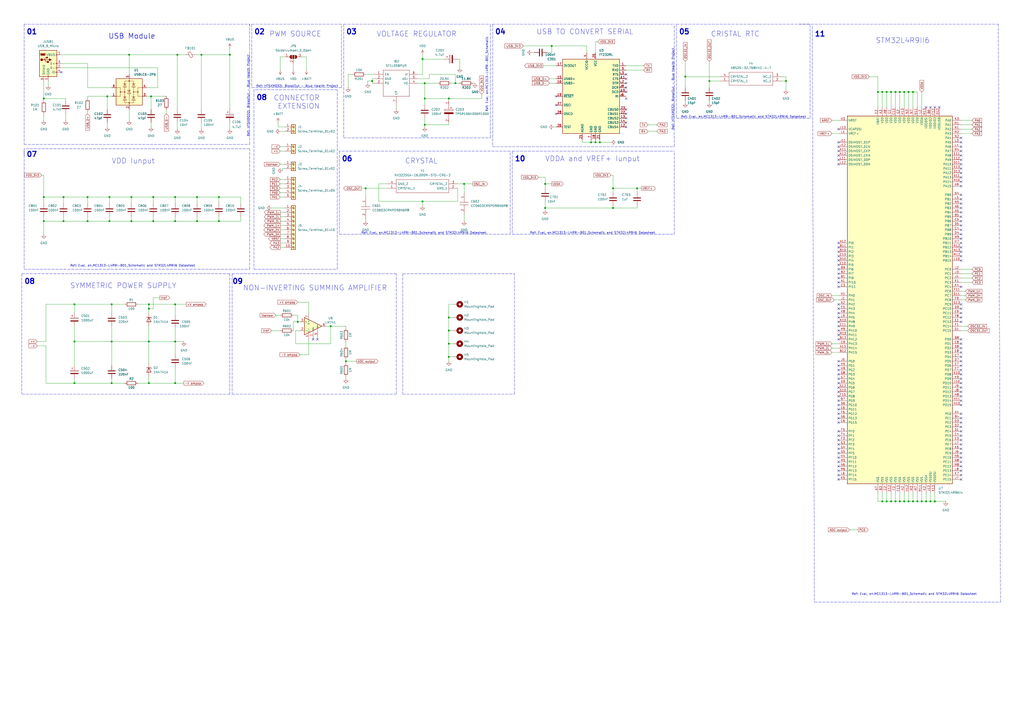
<source format=kicad_sch>
(kicad_sch (version 20231120) (generator "eeschema") (generator_version "8.0")
  (paper "A2")
  (title_block (title "Single DAQ") (date "06/03/2023") (company "Blue Eyes System") (comment 3 "Reported: César Teixeira") (comment 4 "Author: Sheila Ribeiro de Souza"))
  (junction (at 86.36 176.53))
  (junction (at 62.23 55.88))
  (junction (at 245.11 34.29))
  (junction (at 542.29 290.83))
  (junction (at 63.5 128.27))
  (junction (at 127 114.3))
  (junction (at 519.43 53.34))
  (junction (at 86.36 179.07))
  (junction (at 43.18 176.53))
  (junction (at 101.6 128.27))
  (junction (at 36.83 128.27))
  (junction (at 514.35 290.83))
  (junction (at 529.59 290.83))
  (junction (at 127 128.27))
  (junction (at 64.77 176.53))
  (junction (at 246.38 72.39))
  (junction (at 86.36 198.12))
  (junction (at 74.93 31.75))
  (junction (at 116.84 31.75))
  (junction (at 245.11 116.84))
  (junction (at 86.36 222.25))
  (junction (at 524.51 53.34))
  (junction (at 355.6 120.65))
  (junction (at 25.4 57.15))
  (junction (at 511.81 53.34))
  (junction (at 215.9 46.99))
  (junction (at 36.83 114.3))
  (junction (at 455.93 46.99))
  (junction (at 509.27 53.34))
  (junction (at 347.98 82.55))
  (junction (at 516.89 290.83))
  (junction (at 511.81 290.83))
  (junction (at 264.16 48.26))
  (junction (at 43.18 222.25))
  (junction (at 76.2 114.3))
  (junction (at 532.13 290.83))
  (junction (at 260.35 207.01))
  (junction (at 534.67 290.83))
  (junction (at 25.4 114.3))
  (junction (at 260.35 199.39))
  (junction (at 369.57 109.22))
  (junction (at 527.05 53.34))
  (junction (at 260.35 191.77))
  (junction (at 191.77 189.23))
  (junction (at 63.5 114.3))
  (junction (at 101.6 176.53))
  (junction (at 355.6 109.22))
  (junction (at 64.77 222.25))
  (junction (at 260.35 184.15))
  (junction (at 246.38 57.15))
  (junction (at 320.04 26.67))
  (junction (at 200.66 209.55))
  (junction (at 342.9 82.55))
  (junction (at 114.3 128.27))
  (junction (at 50.8 128.27))
  (junction (at 529.59 53.34))
  (junction (at 316.23 106.68))
  (junction (at 521.97 290.83))
  (junction (at 269.24 106.68))
  (junction (at 516.89 53.34))
  (junction (at 25.4 128.27))
  (junction (at 133.35 31.75))
  (junction (at 397.51 44.45))
  (junction (at 43.18 198.12))
  (junction (at 88.9 114.3))
  (junction (at 114.3 114.3))
  (junction (at 527.05 290.83))
  (junction (at 260.35 57.15))
  (junction (at 316.23 120.65))
  (junction (at 102.87 31.75))
  (junction (at 212.09 109.22))
  (junction (at 101.6 222.25))
  (junction (at 87.63 55.88))
  (junction (at 521.97 53.34))
  (junction (at 537.21 290.83))
  (junction (at 524.51 290.83))
  (junction (at 514.35 53.34))
  (junction (at 172.72 186.69))
  (junction (at 101.6 198.12))
  (junction (at 50.8 114.3))
  (junction (at 345.44 82.55))
  (junction (at 519.43 290.83))
  (junction (at 246.38 48.26))
  (junction (at 88.9 128.27))
  (junction (at 76.2 128.27))
  (junction (at 539.75 290.83))
  (junction (at 64.77 198.12))
  (junction (at 411.48 46.99))
  (junction (at 101.6 114.3))
  (no_connect (at 184.15 196.85))
  (no_connect (at 486.41 262.89))
  (no_connect (at 486.41 234.95))
  (no_connect (at 486.41 85.09))
  (no_connect (at 322.58 55.88))
  (no_connect (at 363.22 66.04))
  (no_connect (at 557.53 262.89))
  (no_connect (at 486.41 229.87))
  (no_connect (at 557.53 207.01))
  (no_connect (at 486.41 242.57))
  (no_connect (at 557.53 123.19))
  (no_connect (at 486.41 189.23))
  (no_connect (at 557.53 120.65))
  (no_connect (at 557.53 151.13))
  (no_connect (at 557.53 250.19))
  (no_connect (at 557.53 115.57))
  (no_connect (at 486.41 270.51))
  (no_connect (at 486.41 232.41))
  (no_connect (at 486.41 245.11))
  (no_connect (at 486.41 153.67))
  (no_connect (at 486.41 191.77))
  (no_connect (at 363.22 71.12))
  (no_connect (at 557.53 90.17))
  (no_connect (at 557.53 133.35))
  (no_connect (at 486.41 90.17))
  (no_connect (at 486.41 219.71))
  (no_connect (at 486.41 143.51))
  (no_connect (at 486.41 275.59))
  (no_connect (at 486.41 260.35))
  (no_connect (at 557.53 140.97))
  (no_connect (at 557.53 278.13))
  (no_connect (at 557.53 100.33))
  (no_connect (at 557.53 273.05))
  (no_connect (at 557.53 217.17))
  (no_connect (at 539.75 62.23))
  (no_connect (at 486.41 227.33))
  (no_connect (at 557.53 87.63))
  (no_connect (at 486.41 151.13))
  (no_connect (at 486.41 181.61))
  (no_connect (at 363.22 48.26))
  (no_connect (at 486.41 273.05))
  (no_connect (at 557.53 107.95))
  (no_connect (at 486.41 240.03))
  (no_connect (at 557.53 125.73))
  (no_connect (at 557.53 138.43))
  (no_connect (at 557.53 95.25))
  (no_connect (at 537.21 62.23))
  (no_connect (at 557.53 275.59))
  (no_connect (at 486.41 184.15))
  (no_connect (at 486.41 252.73))
  (no_connect (at 486.41 194.31))
  (no_connect (at 542.29 62.23))
  (no_connect (at 557.53 224.79))
  (no_connect (at 486.41 87.63))
  (no_connect (at 557.53 240.03))
  (no_connect (at 486.41 179.07))
  (no_connect (at 486.41 267.97))
  (no_connect (at 557.53 92.71))
  (no_connect (at 486.41 161.29))
  (no_connect (at 557.53 245.11))
  (no_connect (at 557.53 186.69))
  (no_connect (at 557.53 146.05))
  (no_connect (at 557.53 222.25))
  (no_connect (at 363.22 68.58))
  (no_connect (at 486.41 176.53))
  (no_connect (at 181.61 196.85))
  (no_connect (at 557.53 135.89))
  (no_connect (at 486.41 158.75))
  (no_connect (at 486.41 214.63))
  (no_connect (at 557.53 128.27))
  (no_connect (at 486.41 250.19))
  (no_connect (at 557.53 179.07))
  (no_connect (at 486.41 212.09))
  (no_connect (at 322.58 66.04))
  (no_connect (at 557.53 232.41))
  (no_connect (at 486.41 166.37))
  (no_connect (at 486.41 148.59))
  (no_connect (at 557.53 204.47))
  (no_connect (at 322.58 60.96))
  (no_connect (at 557.53 214.63))
  (no_connect (at 557.53 252.73))
  (no_connect (at 486.41 140.97))
  (no_connect (at 486.41 237.49))
  (no_connect (at 557.53 196.85))
  (no_connect (at 557.53 255.27))
  (no_connect (at 486.41 92.71))
  (no_connect (at 486.41 255.27))
  (no_connect (at 557.53 148.59))
  (no_connect (at 557.53 184.15))
  (no_connect (at 557.53 181.61))
  (no_connect (at 486.41 196.85))
  (no_connect (at 557.53 97.79))
  (no_connect (at 557.53 234.95))
  (no_connect (at 486.41 257.81))
  (no_connect (at 557.53 219.71))
  (no_connect (at 544.83 62.23))
  (no_connect (at 557.53 242.57))
  (no_connect (at 363.22 53.34))
  (no_connect (at 486.41 95.25))
  (no_connect (at 557.53 257.81))
  (no_connect (at 557.53 105.41))
  (no_connect (at 486.41 156.21))
  (no_connect (at 557.53 80.01))
  (no_connect (at 557.53 102.87))
  (no_connect (at 486.41 265.43))
  (no_connect (at 363.22 43.18))
  (no_connect (at 557.53 267.97))
  (no_connect (at 486.41 186.69))
  (no_connect (at 486.41 146.05))
  (no_connect (at 557.53 85.09))
  (no_connect (at 557.53 118.11))
  (no_connect (at 557.53 113.03))
  (no_connect (at 363.22 63.5))
  (no_connect (at 557.53 270.51))
  (no_connect (at 557.53 212.09))
  (no_connect (at 557.53 260.35))
  (no_connect (at 363.22 57.15))
  (no_connect (at 557.53 199.39))
  (no_connect (at 35.56 41.91))
  (no_connect (at 363.22 45.72))
  (no_connect (at 557.53 166.37))
  (no_connect (at 486.41 224.79))
  (no_connect (at 557.53 143.51))
  (no_connect (at 557.53 227.33))
  (no_connect (at 557.53 247.65))
  (no_connect (at 486.41 74.93))
  (no_connect (at 557.53 265.43))
  (no_connect (at 486.41 163.83))
  (no_connect (at 557.53 229.87))
  (no_connect (at 557.53 130.81))
  (no_connect (at 557.53 201.93))
  (no_connect (at 486.41 278.13))
  (no_connect (at 486.41 209.55))
  (no_connect (at 486.41 82.55))
  (no_connect (at 486.41 217.17))
  (no_connect (at 363.22 50.8))
  (no_connect (at 557.53 209.55))
  (no_connect (at 363.22 73.66))
  (no_connect (at 557.53 82.55))
  (no_connect (at 557.53 176.53))
  (no_connect (at 486.41 222.25))
  (wire (pts (xy 96.52 63.5) (xy 96.52 66.04)))
  (wire (pts (xy 519.43 285.75) (xy 519.43 290.83)))
  (wire (pts (xy 534.67 290.83) (xy 537.21 290.83)))
  (wire (pts (xy 219.71 106.68) (xy 219.71 116.84)))
  (wire (pts (xy 50.8 55.88) (xy 62.23 55.88)))
  (wire (pts (xy 27.94 46.99) (xy 27.94 49.53)))
  (wire (pts (xy 342.9 81.28) (xy 342.9 82.55)))
  (wire (pts (xy 537.21 285.75) (xy 537.21 290.83)))
  (wire (pts (xy 116.84 31.75) (xy 133.35 31.75)))
  (polyline (pts (xy 233.68 228.6) (xy 298.45 228.6)) (stroke (width 0) (type dash)))
  (wire (pts (xy 411.48 46.99) (xy 417.83 46.99)))
  (wire (pts (xy 537.21 290.83) (xy 539.75 290.83)))
  (wire (pts (xy 317.5 30.48) (xy 320.04 30.48)))
  (wire (pts (xy 139.7 125.73) (xy 139.7 128.27)))
  (wire (pts (xy 514.35 53.34) (xy 511.81 53.34)))
  (wire (pts (xy 165.1 104.14) (xy 162.56 104.14)))
  (wire (pts (xy 162.56 143.51) (xy 165.1 143.51)))
  (wire (pts (xy 36.83 128.27) (xy 25.4 128.27)))
  (wire (pts (xy 165.1 33.02) (xy 162.56 33.02)))
  (wire (pts (xy 248.92 45.72) (xy 248.92 43.18)))
  (wire (pts (xy 86.36 189.23) (xy 86.36 198.12)))
  (wire (pts (xy 21.59 200.66) (xy 26.67 200.66)))
  (wire (pts (xy 162.56 123.19) (xy 165.1 123.19)))
  (wire (pts (xy 265.43 116.84) (xy 245.11 116.84)))
  (polyline (pts (xy 146.05 13.97) (xy 146.05 50.8)) (stroke (width 0) (type dash)))
  (wire (pts (xy 557.53 171.45) (xy 560.07 171.45)))
  (wire (pts (xy 177.8 33.02) (xy 175.26 33.02)))
  (wire (pts (xy 179.07 175.26) (xy 179.07 181.61)))
  (wire (pts (xy 173.99 191.77) (xy 171.45 191.77)))
  (wire (pts (xy 532.13 62.23) (xy 532.13 53.34)))
  (polyline (pts (xy 13.97 13.97) (xy 13.97 83.82)) (stroke (width 0) (type dash)))
  (wire (pts (xy 177.8 40.64) (xy 177.8 33.02)))
  (wire (pts (xy 212.09 127) (xy 212.09 128.27)))
  (wire (pts (xy 269.24 106.68) (xy 274.32 106.68)))
  (wire (pts (xy 397.51 44.45) (xy 417.83 44.45)))
  (wire (pts (xy 316.23 116.84) (xy 316.23 120.65)))
  (polyline (pts (xy 13.97 87.63) (xy 13.97 156.21)) (stroke (width 0) (type dash)))
  (wire (pts (xy 514.35 53.34) (xy 514.35 62.23)))
  (polyline (pts (xy 12.7 158.75) (xy 133.35 158.75)) (stroke (width 0) (type dash)))
  (wire (pts (xy 482.6 171.45) (xy 486.41 171.45)))
  (wire (pts (xy 509.27 285.75) (xy 509.27 290.83)))
  (wire (pts (xy 260.35 199.39) (xy 260.35 207.01)))
  (wire (pts (xy 76.2 128.27) (xy 63.5 128.27)))
  (wire (pts (xy 76.2 114.3) (xy 76.2 118.11)))
  (wire (pts (xy 516.89 53.34) (xy 514.35 53.34)))
  (wire (pts (xy 345.44 81.28) (xy 345.44 82.55)))
  (wire (pts (xy 266.7 39.37) (xy 266.7 34.29)))
  (wire (pts (xy 347.98 82.55) (xy 354.33 82.55)))
  (wire (pts (xy 482.6 69.85) (xy 486.41 69.85)))
  (wire (pts (xy 172.72 175.26) (xy 179.07 175.26)))
  (polyline (pts (xy 144.78 83.82) (xy 144.78 13.97)) (stroke (width 0) (type dash)))
  (wire (pts (xy 200.66 208.28) (xy 200.66 209.55)))
  (wire (pts (xy 246.38 48.26) (xy 246.38 57.15)))
  (wire (pts (xy 321.31 73.66) (xy 322.58 73.66)))
  (wire (pts (xy 397.51 44.45) (xy 397.51 50.8)))
  (wire (pts (xy 36.83 114.3) (xy 25.4 114.3)))
  (wire (pts (xy 213.36 48.26) (xy 213.36 46.99)))
  (wire (pts (xy 260.35 72.39) (xy 246.38 72.39)))
  (polyline (pts (xy 12.7 158.75) (xy 12.7 228.6)) (stroke (width 0) (type dash)))
  (wire (pts (xy 509.27 290.83) (xy 511.81 290.83)))
  (wire (pts (xy 521.97 53.34) (xy 524.51 53.34)))
  (wire (pts (xy 26.67 176.53) (xy 43.18 176.53)))
  (polyline (pts (xy 146.05 50.8) (xy 198.12 50.8)) (stroke (width 0) (type dash)))
  (wire (pts (xy 139.7 114.3) (xy 127 114.3)))
  (wire (pts (xy 127 118.11) (xy 127 114.3)))
  (wire (pts (xy 101.6 213.36) (xy 101.6 222.25)))
  (wire (pts (xy 279.4 54.61) (xy 279.4 57.15)))
  (wire (pts (xy 170.18 182.88) (xy 172.72 182.88)))
  (polyline (pts (xy 297.18 87.63) (xy 297.18 135.89)) (stroke (width 0) (type dash)))
  (wire (pts (xy 209.55 109.22) (xy 212.09 109.22)))
  (wire (pts (xy 260.35 207.01) (xy 262.89 207.01)))
  (wire (pts (xy 245.11 34.29) (xy 257.81 34.29)))
  (wire (pts (xy 264.16 48.26) (xy 266.7 48.26)))
  (wire (pts (xy 337.82 81.28) (xy 337.82 82.55)))
  (polyline (pts (xy 580.39 349.25) (xy 579.12 13.97)) (stroke (width 0) (type dash)))
  (wire (pts (xy 76.2 114.3) (xy 63.5 114.3)))
  (wire (pts (xy 527.05 285.75) (xy 527.05 290.83)))
  (wire (pts (xy 86.36 179.07) (xy 86.36 181.61)))
  (wire (pts (xy 36.83 114.3) (xy 36.83 118.11)))
  (wire (pts (xy 101.6 190.5) (xy 101.6 198.12)))
  (wire (pts (xy 133.35 63.5) (xy 133.35 31.75)))
  (wire (pts (xy 529.59 53.34) (xy 529.59 62.23)))
  (wire (pts (xy 266.7 34.29) (xy 265.43 34.29)))
  (wire (pts (xy 411.48 35.56) (xy 411.48 46.99)))
  (wire (pts (xy 557.53 158.75) (xy 563.88 158.75)))
  (wire (pts (xy 26.67 198.12) (xy 26.67 176.53)))
  (wire (pts (xy 127 125.73) (xy 127 128.27)))
  (wire (pts (xy 62.23 55.88) (xy 62.23 63.5)))
  (wire (pts (xy 260.35 191.77) (xy 262.89 191.77)))
  (wire (pts (xy 127 114.3) (xy 114.3 114.3)))
  (wire (pts (xy 191.77 199.39) (xy 191.77 189.23)))
  (polyline (pts (xy 196.85 135.89) (xy 295.91 135.89)) (stroke (width 0) (type dash)))
  (wire (pts (xy 411.48 46.99) (xy 411.48 50.8)))
  (polyline (pts (xy 144.78 86.36) (xy 13.97 86.36)) (stroke (width 0) (type dash)))
  (wire (pts (xy 557.53 77.47) (xy 563.88 77.47)))
  (wire (pts (xy 35.56 36.83) (xy 50.8 36.83)))
  (wire (pts (xy 511.81 53.34) (xy 511.81 62.23)))
  (wire (pts (xy 509.27 62.23) (xy 509.27 53.34)))
  (wire (pts (xy 86.36 198.12) (xy 101.6 198.12)))
  (polyline (pts (xy 133.35 228.6) (xy 12.7 228.6)) (stroke (width 0) (type dash)))
  (wire (pts (xy 355.6 111.76) (xy 355.6 109.22)))
  (wire (pts (xy 355.6 109.22) (xy 369.57 109.22)))
  (wire (pts (xy 35.56 31.75) (xy 74.93 31.75)))
  (wire (pts (xy 157.48 191.77) (xy 162.56 191.77)))
  (wire (pts (xy 101.6 198.12) (xy 106.68 198.12)))
  (wire (pts (xy 50.8 128.27) (xy 36.83 128.27)))
  (wire (pts (xy 527.05 290.83) (xy 529.59 290.83)))
  (wire (pts (xy 516.89 53.34) (xy 516.89 62.23)))
  (wire (pts (xy 492.76 307.34) (xy 497.84 307.34)))
  (wire (pts (xy 116.84 71.12) (xy 116.84 74.93)))
  (wire (pts (xy 557.53 189.23) (xy 561.34 189.23)))
  (polyline (pts (xy 133.35 158.75) (xy 133.35 228.6)) (stroke (width 0) (type dash)))
  (wire (pts (xy 557.53 163.83) (xy 563.88 163.83)))
  (wire (pts (xy 163.83 97.79) (xy 165.1 97.79)))
  (wire (pts (xy 101.6 114.3) (xy 88.9 114.3)))
  (wire (pts (xy 43.18 198.12) (xy 64.77 198.12)))
  (wire (pts (xy 162.56 135.89) (xy 165.1 135.89)))
  (wire (pts (xy 229.87 63.5) (xy 229.87 60.96)))
  (wire (pts (xy 245.11 116.84) (xy 245.11 119.38)))
  (polyline (pts (xy 285.75 13.97) (xy 285.75 85.09)) (stroke (width 0) (type dash)))
  (wire (pts (xy 265.43 109.22) (xy 265.43 116.84)))
  (wire (pts (xy 87.63 55.88) (xy 96.52 55.88)))
  (wire (pts (xy 200.66 218.44) (xy 200.66 219.71)))
  (polyline (pts (xy 147.32 54.61) (xy 147.32 156.21)) (stroke (width 0) (type dash)))
  (wire (pts (xy 303.53 26.67) (xy 320.04 26.67)))
  (wire (pts (xy 557.53 161.29) (xy 563.88 161.29)))
  (wire (pts (xy 521.97 62.23) (xy 521.97 53.34)))
  (wire (pts (xy 521.97 290.83) (xy 524.51 290.83)))
  (polyline (pts (xy 144.78 156.21) (xy 144.78 86.36)) (stroke (width 0) (type dash)))
  (wire (pts (xy 74.93 31.75) (xy 74.93 43.18)))
  (wire (pts (xy 309.88 30.48) (xy 308.61 30.48)))
  (wire (pts (xy 162.56 140.97) (xy 165.1 140.97)))
  (wire (pts (xy 163.83 97.79) (xy 163.83 99.06)))
  (wire (pts (xy 162.56 133.35) (xy 165.1 133.35)))
  (wire (pts (xy 219.71 106.68) (xy 224.79 106.68)))
  (wire (pts (xy 86.36 176.53) (xy 86.36 179.07)))
  (wire (pts (xy 524.51 53.34) (xy 524.51 62.23)))
  (wire (pts (xy 316.23 106.68) (xy 320.04 106.68)))
  (wire (pts (xy 482.6 77.47) (xy 486.41 77.47)))
  (wire (pts (xy 265.43 106.68) (xy 269.24 106.68)))
  (wire (pts (xy 162.56 125.73) (xy 165.1 125.73)))
  (polyline (pts (xy 147.32 52.07) (xy 147.32 54.61)) (stroke (width 0) (type dash)))
  (wire (pts (xy 62.23 55.88) (xy 64.77 55.88)))
  (wire (pts (xy 274.32 48.26) (xy 275.59 48.26)))
  (wire (pts (xy 514.35 285.75) (xy 514.35 290.83)))
  (wire (pts (xy 88.9 114.3) (xy 88.9 118.11)))
  (wire (pts (xy 246.38 57.15) (xy 260.35 57.15)))
  (wire (pts (xy 157.48 120.65) (xy 165.1 120.65)))
  (wire (pts (xy 242.57 43.18) (xy 245.11 43.18)))
  (wire (pts (xy 64.77 222.25) (xy 64.77 219.71)))
  (wire (pts (xy 539.75 290.83) (xy 542.29 290.83)))
  (wire (pts (xy 25.4 114.3) (xy 25.4 118.11)))
  (wire (pts (xy 50.8 36.83) (xy 50.8 50.8)))
  (wire (pts (xy 80.01 176.53) (xy 86.36 176.53)))
  (polyline (pts (xy 285.75 85.09) (xy 391.16 85.09)) (stroke (width 0) (type dash)))
  (wire (pts (xy 213.36 46.99) (xy 215.9 46.99)))
  (wire (pts (xy 215.9 48.26) (xy 215.9 46.99)))
  (wire (pts (xy 316.23 120.65) (xy 316.23 121.92)))
  (wire (pts (xy 74.93 31.75) (xy 102.87 31.75)))
  (wire (pts (xy 162.56 138.43) (xy 165.1 138.43)))
  (wire (pts (xy 397.51 58.42) (xy 397.51 59.69)))
  (wire (pts (xy 161.29 73.66) (xy 165.1 73.66)))
  (wire (pts (xy 509.27 53.34) (xy 511.81 53.34)))
  (wire (pts (xy 50.8 114.3) (xy 50.8 118.11)))
  (polyline (pts (xy 199.39 13.97) (xy 199.39 80.01)) (stroke (width 0) (type dash)))
  (wire (pts (xy 316.23 106.68) (xy 316.23 109.22)))
  (wire (pts (xy 483.87 173.99) (xy 486.41 173.99)))
  (wire (pts (xy 101.6 114.3) (xy 101.6 118.11)))
  (wire (pts (xy 88.9 179.07) (xy 86.36 179.07)))
  (wire (pts (xy 355.6 120.65) (xy 369.57 120.65)))
  (polyline (pts (xy 134.62 158.75) (xy 229.87 158.75)) (stroke (width 0) (type dash)))
  (wire (pts (xy 92.71 172.72) (xy 88.9 172.72)))
  (wire (pts (xy 161.29 73.66) (xy 161.29 71.12)))
  (wire (pts (xy 318.77 45.72) (xy 322.58 45.72)))
  (wire (pts (xy 212.09 43.18) (xy 217.17 43.18)))
  (polyline (pts (xy 392.43 68.58) (xy 469.9 68.58)) (stroke (width 0) (type dash)))
  (wire (pts (xy 25.4 125.73) (xy 25.4 128.27)))
  (wire (pts (xy 529.59 285.75) (xy 529.59 290.83)))
  (wire (pts (xy 519.43 290.83) (xy 521.97 290.83)))
  (wire (pts (xy 524.51 290.83) (xy 527.05 290.83)))
  (wire (pts (xy 557.53 191.77) (xy 561.34 191.77)))
  (wire (pts (xy 345.44 30.48) (xy 345.44 24.13)))
  (polyline (pts (xy 144.78 13.97) (xy 144.78 15.24)) (stroke (width 0) (type dash)))
  (polyline (pts (xy 391.16 85.09) (xy 391.16 13.97)) (stroke (width 0) (type dash)))
  (wire (pts (xy 86.36 218.44) (xy 86.36 222.25)))
  (wire (pts (xy 43.18 176.53) (xy 64.77 176.53)))
  (wire (pts (xy 262.89 176.53) (xy 260.35 176.53)))
  (wire (pts (xy 340.36 26.67) (xy 320.04 26.67)))
  (wire (pts (xy 64.77 176.53) (xy 72.39 176.53)))
  (wire (pts (xy 524.51 285.75) (xy 524.51 290.83)))
  (wire (pts (xy 162.56 95.25) (xy 165.1 95.25)))
  (wire (pts (xy 260.35 184.15) (xy 260.35 191.77)))
  (wire (pts (xy 91.44 39.37) (xy 91.44 50.8)))
  (wire (pts (xy 320.04 26.67) (xy 320.04 30.48)))
  (wire (pts (xy 87.63 55.88) (xy 87.63 63.5)))
  (wire (pts (xy 264.16 43.18) (xy 264.16 48.26)))
  (wire (pts (xy 514.35 290.83) (xy 516.89 290.83)))
  (wire (pts (xy 72.39 222.25) (xy 64.77 222.25)))
  (wire (pts (xy 269.24 124.46) (xy 269.24 128.27)))
  (wire (pts (xy 532.13 285.75) (xy 532.13 290.83)))
  (wire (pts (xy 38.1 57.15) (xy 25.4 57.15)))
  (wire (pts (xy 114.3 128.27) (xy 101.6 128.27)))
  (wire (pts (xy 521.97 285.75) (xy 521.97 290.83)))
  (wire (pts (xy 557.53 168.91) (xy 560.07 168.91)))
  (wire (pts (xy 102.87 71.12) (xy 102.87 74.93)))
  (wire (pts (xy 24.13 101.6) (xy 25.4 101.6)))
  (wire (pts (xy 482.6 199.39) (xy 486.41 199.39)))
  (wire (pts (xy 64.77 189.23) (xy 64.77 198.12)))
  (wire (pts (xy 114.3 114.3) (xy 101.6 114.3)))
  (wire (pts (xy 102.87 31.75) (xy 107.95 31.75)))
  (wire (pts (xy 260.35 184.15) (xy 262.89 184.15)))
  (wire (pts (xy 453.39 46.99) (xy 455.93 46.99)))
  (wire (pts (xy 509.27 44.45) (xy 509.27 53.34)))
  (wire (pts (xy 200.66 190.5) (xy 200.66 189.23)))
  (wire (pts (xy 201.93 43.18) (xy 204.47 43.18)))
  (wire (pts (xy 127 128.27) (xy 114.3 128.27)))
  (wire (pts (xy 25.4 66.04) (xy 25.4 69.85)))
  (wire (pts (xy 63.5 128.27) (xy 50.8 128.27)))
  (wire (pts (xy 534.67 285.75) (xy 534.67 290.83)))
  (wire (pts (xy 200.66 209.55) (xy 207.01 209.55)))
  (polyline (pts (xy 146.05 13.97) (xy 198.12 13.97)) (stroke (width 0) (type dash)))
  (wire (pts (xy 504.19 44.45) (xy 509.27 44.45)))
  (wire (pts (xy 21.59 198.12) (xy 26.67 198.12)))
  (polyline (pts (xy 147.32 156.21) (xy 195.58 156.21)) (stroke (width 0) (type dash)))
  (wire (pts (xy 160.02 182.88) (xy 162.56 182.88)))
  (wire (pts (xy 162.56 85.09) (xy 165.1 85.09)))
  (polyline (pts (xy 469.9 68.58) (xy 469.9 13.97)) (stroke (width 0) (type dash)))
  (wire (pts (xy 455.93 44.45) (xy 455.93 46.99)))
  (wire (pts (xy 170.18 186.69) (xy 172.72 186.69)))
  (wire (pts (xy 219.71 116.84) (xy 245.11 116.84)))
  (wire (pts (xy 314.96 38.1) (xy 322.58 38.1)))
  (wire (pts (xy 63.5 114.3) (xy 63.5 118.11)))
  (wire (pts (xy 318.77 48.26) (xy 322.58 48.26)))
  (wire (pts (xy 342.9 82.55) (xy 345.44 82.55)))
  (wire (pts (xy 200.66 189.23) (xy 191.77 189.23)))
  (wire (pts (xy 534.67 53.34) (xy 534.67 62.23)))
  (wire (pts (xy 519.43 53.34) (xy 521.97 53.34)))
  (wire (pts (xy 482.6 204.47) (xy 486.41 204.47)))
  (wire (pts (xy 411.48 58.42) (xy 411.48 59.69)))
  (wire (pts (xy 260.35 207.01) (xy 260.35 209.55)))
  (polyline (pts (xy 195.58 52.07) (xy 147.32 52.07)) (stroke (width 0) (type dash)))
  (polyline (pts (xy 391.16 135.89) (xy 391.16 87.63)) (stroke (width 0) (type dash)))
  (wire (pts (xy 114.3 125.73) (xy 114.3 128.27)))
  (wire (pts (xy 25.4 57.15) (xy 25.4 58.42)))
  (wire (pts (xy 173.99 205.74) (xy 179.07 205.74)))
  (wire (pts (xy 397.51 35.56) (xy 397.51 44.45)))
  (wire (pts (xy 85.09 55.88) (xy 87.63 55.88)))
  (polyline (pts (xy 392.43 13.97) (xy 469.9 13.97)) (stroke (width 0) (type dash)))
  (wire (pts (xy 524.51 53.34) (xy 527.05 53.34)))
  (wire (pts (xy 50.8 50.8) (xy 64.77 50.8)))
  (polyline (pts (xy 13.97 83.82) (xy 144.78 83.82)) (stroke (width 0) (type dash)))
  (wire (pts (xy 101.6 128.27) (xy 88.9 128.27)))
  (wire (pts (xy 139.7 128.27) (xy 127 128.27)))
  (wire (pts (xy 38.1 66.04) (xy 38.1 69.85)))
  (wire (pts (xy 215.9 45.72) (xy 217.17 45.72)))
  (wire (pts (xy 162.56 33.02) (xy 162.56 40.64)))
  (wire (pts (xy 511.81 285.75) (xy 511.81 290.83)))
  (wire (pts (xy 43.18 219.71) (xy 43.18 222.25)))
  (wire (pts (xy 245.11 34.29) (xy 245.11 43.18)))
  (wire (pts (xy 516.89 285.75) (xy 516.89 290.83)))
  (wire (pts (xy 519.43 53.34) (xy 519.43 62.23)))
  (wire (pts (xy 50.8 114.3) (xy 36.83 114.3)))
  (wire (pts (xy 455.93 46.99) (xy 455.93 52.07)))
  (wire (pts (xy 248.92 43.18) (xy 264.16 43.18)))
  (wire (pts (xy 355.6 101.6) (xy 355.6 109.22)))
  (wire (pts (xy 50.8 125.73) (xy 50.8 128.27)))
  (polyline (pts (xy 195.58 156.21) (xy 195.58 52.07)) (stroke (width 0) (type dash)))
  (wire (pts (xy 316.23 102.87) (xy 316.23 106.68)))
  (polyline (pts (xy 134.62 158.75) (xy 134.62 228.6)) (stroke (width 0) (type dash)))
  (wire (pts (xy 88.9 125.73) (xy 88.9 128.27)))
  (wire (pts (xy 527.05 53.34) (xy 527.05 62.23)))
  (polyline (pts (xy 297.18 135.89) (xy 391.16 135.89)) (stroke (width 0) (type dash)))
  (wire (pts (xy 212.09 109.22) (xy 212.09 114.3)))
  (wire (pts (xy 369.57 109.22) (xy 369.57 111.76)))
  (wire (pts (xy 170.18 36.83) (xy 170.18 40.64)))
  (polyline (pts (xy 13.97 86.36) (xy 13.97 90.17)) (stroke (width 0) (type dash)))
  (wire (pts (xy 542.29 285.75) (xy 542.29 290.83)))
  (wire (pts (xy 340.36 30.48) (xy 340.36 26.67)))
  (wire (pts (xy 337.82 82.55) (xy 342.9 82.55)))
  (wire (pts (xy 50.8 64.77) (xy 50.8 66.04)))
  (wire (pts (xy 101.6 222.25) (xy 106.68 222.25)))
  (polyline (pts (xy 392.43 13.97) (xy 392.43 68.58)) (stroke (width 0) (type dash)))
  (wire (pts (xy 516.89 290.83) (xy 519.43 290.83)))
  (wire (pts (xy 260.35 199.39) (xy 262.89 199.39)))
  (wire (pts (xy 261.62 48.26) (xy 264.16 48.26)))
  (polyline (pts (xy 463.55 13.97) (xy 579.12 13.97)) (stroke (width 0) (type dash)))
  (wire (pts (xy 260.35 57.15) (xy 279.4 57.15)))
  (wire (pts (xy 88.9 128.27) (xy 76.2 128.27)))
  (polyline (pts (xy 472.44 349.25) (xy 580.39 349.25)) (stroke (width 0) (type dash)))
  (wire (pts (xy 527.05 53.34) (xy 529.59 53.34)))
  (wire (pts (xy 36.83 125.73) (xy 36.83 128.27)))
  (wire (pts (xy 212.09 109.22) (xy 224.79 109.22)))
  (wire (pts (xy 162.56 128.27) (xy 165.1 128.27)))
  (wire (pts (xy 74.93 63.5) (xy 74.93 69.85)))
  (wire (pts (xy 102.87 31.75) (xy 102.87 63.5)))
  (wire (pts (xy 88.9 114.3) (xy 76.2 114.3)))
  (polyline (pts (xy 13.97 13.97) (xy 144.78 13.97)) (stroke (width 0) (type dash)))
  (wire (pts (xy 165.1 111.76) (xy 162.56 111.76)))
  (wire (pts (xy 116.84 31.75) (xy 116.84 63.5)))
  (wire (pts (xy 557.53 72.39) (xy 563.88 72.39)))
  (wire (pts (xy 200.66 198.12) (xy 200.66 200.66)))
  (wire (pts (xy 43.18 181.61) (xy 43.18 176.53)))
  (polyline (pts (xy 13.97 156.21) (xy 144.78 156.21)) (stroke (width 0) (type dash)))
  (polyline (pts (xy 198.12 50.8) (xy 198.12 13.97)) (stroke (width 0) (type dash)))
  (wire (pts (xy 345.44 24.13) (xy 346.71 24.13)))
  (wire (pts (xy 453.39 44.45) (xy 455.93 44.45)))
  (wire (pts (xy 25.4 128.27) (xy 25.4 135.89)))
  (wire (pts (xy 201.93 43.18) (xy 201.93 50.8)))
  (wire (pts (xy 242.57 45.72) (xy 248.92 45.72)))
  (wire (pts (xy 101.6 222.25) (xy 86.36 222.25)))
  (wire (pts (xy 557.53 69.85) (xy 563.88 69.85)))
  (wire (pts (xy 542.29 290.83) (xy 548.64 290.83)))
  (wire (pts (xy 260.35 176.53) (xy 260.35 184.15)))
  (polyline (pts (xy 285.75 13.97) (xy 391.16 13.97)) (stroke (width 0) (type dash)))
  (wire (pts (xy 200.66 209.55) (xy 200.66 210.82)))
  (wire (pts (xy 76.2 125.73) (xy 76.2 128.27)))
  (wire (pts (xy 363.22 38.1) (xy 373.38 38.1)))
  (wire (pts (xy 86.36 198.12) (xy 86.36 210.82)))
  (wire (pts (xy 88.9 172.72) (xy 88.9 179.07)))
  (wire (pts (xy 86.36 176.53) (xy 101.6 176.53)))
  (wire (pts (xy 171.45 199.39) (xy 191.77 199.39)))
  (wire (pts (xy 355.6 119.38) (xy 355.6 120.65)))
  (polyline (pts (xy 295.91 135.89) (xy 295.91 87.63)) (stroke (width 0) (type dash)))
  (wire (pts (xy 35.56 39.37) (xy 91.44 39.37)))
  (wire (pts (xy 363.22 40.64) (xy 373.38 40.64)))
  (wire (pts (xy 50.8 57.15) (xy 50.8 55.88)))
  (wire (pts (xy 246.38 48.26) (xy 254 48.26)))
  (wire (pts (xy 25.4 46.99) (xy 25.4 57.15)))
  (polyline (pts (xy 284.48 80.01) (xy 284.48 13.97)) (stroke (width 0) (type dash)))
  (wire (pts (xy 375.92 72.39) (xy 381 72.39)))
  (wire (pts (xy 64.77 176.53) (xy 64.77 181.61)))
  (polyline (pts (xy 295.91 87.63) (xy 196.85 87.63)) (stroke (width 0) (type dash)))
  (polyline (pts (xy 233.68 158.75) (xy 233.68 228.6)) (stroke (width 0) (type dash)))
  (wire (pts (xy 91.44 50.8) (xy 85.09 50.8)))
  (wire (pts (xy 162.56 87.63) (xy 165.1 87.63)))
  (wire (pts (xy 260.35 71.12) (xy 260.35 72.39)))
  (wire (pts (xy 162.56 76.2) (xy 165.1 76.2)))
  (polyline (pts (xy 199.39 80.01) (xy 284.48 80.01)) (stroke (width 0) (type dash)))
  (wire (pts (xy 179.07 205.74) (xy 179.07 196.85)))
  (wire (pts (xy 482.6 201.93) (xy 486.41 201.93)))
  (wire (pts (xy 63.5 114.3) (xy 50.8 114.3)))
  (wire (pts (xy 101.6 176.53) (xy 107.95 176.53)))
  (wire (pts (xy 375.92 76.2) (xy 381 76.2)))
  (wire (pts (xy 215.9 48.26) (xy 217.17 48.26)))
  (wire (pts (xy 133.35 27.94) (xy 133.35 31.75)))
  (wire (pts (xy 557.53 173.99) (xy 560.07 173.99)))
  (wire (pts (xy 355.6 101.6) (xy 354.33 101.6)))
  (wire (pts (xy 162.56 130.81) (xy 165.1 130.81)))
  (wire (pts (xy 43.18 198.12) (xy 43.18 212.09)))
  (wire (pts (xy 347.98 82.55) (xy 347.98 81.28)))
  (wire (pts (xy 539.75 285.75) (xy 539.75 290.83)))
  (wire (pts (xy 529.59 53.34) (xy 532.13 53.34)))
  (wire (pts (xy 139.7 118.11) (xy 139.7 114.3)))
  (wire (pts (xy 269.24 106.68) (xy 269.24 111.76)))
  (wire (pts (xy 101.6 198.12) (xy 101.6 205.74)))
  (wire (pts (xy 557.53 74.93) (xy 563.88 74.93)))
  (wire (pts (xy 242.57 48.26) (xy 246.38 48.26)))
  (polyline (pts (xy 233.68 158.75) (xy 298.45 158.75)) (stroke (width 0) (type dash)))
  (polyline (pts (xy 297.18 87.63) (xy 391.16 87.63)) (stroke (width 0) (type dash)))
  (wire (pts (xy 246.38 57.15) (xy 246.38 60.96)))
  (wire (pts (xy 86.36 222.25) (xy 80.01 222.25)))
  (wire (pts (xy 63.5 125.73) (xy 63.5 128.27)))
  (wire (pts (xy 529.59 290.83) (xy 532.13 290.83)))
  (wire (pts (xy 172.72 186.69) (xy 173.99 186.69)))
  (wire (pts (xy 246.38 68.58) (xy 246.38 72.39)))
  (wire (pts (xy 170.18 191.77) (xy 170.18 186.69)))
  (wire (pts (xy 557.53 156.21) (xy 563.88 156.21)))
  (wire (pts (xy 113.03 31.75) (xy 116.84 31.75)))
  (wire (pts (xy 246.38 72.39) (xy 246.38 73.66)))
  (polyline (pts (xy 196.85 87.63) (xy 196.85 135.89)) (stroke (width 0) (type dash)))
  (wire (pts (xy 26.67 222.25) (xy 43.18 222.25)))
  (wire (pts (xy 369.57 119.38) (xy 369.57 120.65)))
  (wire (pts (xy 133.35 71.12) (xy 133.35 74.93)))
  (wire (pts (xy 101.6 176.53) (xy 101.6 182.88)))
  (wire (pts (xy 215.9 46.99) (xy 215.9 45.72)))
  (wire (pts (xy 345.44 82.55) (xy 347.98 82.55)))
  (wire (pts (xy 43.18 189.23) (xy 43.18 198.12)))
  (wire (pts (xy 316.23 120.65) (xy 355.6 120.65)))
  (wire (pts (xy 172.72 182.88) (xy 172.72 186.69)))
  (wire (pts (xy 165.1 106.68) (xy 162.56 106.68)))
  (wire (pts (xy 519.43 53.34) (xy 516.89 53.34)))
  (polyline (pts (xy 298.45 228.6) (xy 298.45 158.75)) (stroke (width 0) (type dash)))
  (wire (pts (xy 114.3 114.3) (xy 114.3 118.11)))
  (wire (pts (xy 43.18 222.25) (xy 64.77 222.25)))
  (wire (pts (xy 532.13 290.83) (xy 534.67 290.83)))
  (wire (pts (xy 511.81 290.83) (xy 514.35 290.83)))
  (wire (pts (xy 62.23 71.12) (xy 62.23 73.66)))
  (wire (pts (xy 312.42 102.87) (xy 316.23 102.87)))
  (polyline (pts (xy 134.62 228.6) (xy 229.87 228.6)) (stroke (width 0) (type dash)))
  (polyline (pts (xy 471.17 15.24) (xy 472.44 349.25)) (stroke (width 0) (type dash)))
  (wire (pts (xy 260.35 191.77) (xy 260.35 199.39)))
  (wire (pts (xy 26.67 200.66) (xy 26.67 222.25)))
  (wire (pts (xy 38.1 58.42) (xy 38.1 57.15)))
  (wire (pts (xy 171.45 191.77) (xy 171.45 199.39)))
  (wire (pts (xy 191.77 189.23) (xy 189.23 189.23)))
  (polyline (pts (xy 229.87 228.6) (xy 229.87 158.75)) (stroke (width 0) (type dash)))
  (wire (pts (xy 369.57 109.22) (xy 372.11 109.22)))
  (wire (pts (xy 64.77 198.12) (xy 64.77 212.09)))
  (wire (pts (xy 25.4 101.6) (xy 25.4 114.3)))
  (wire (pts (xy 165.1 114.3) (xy 162.56 114.3)))
  (polyline (pts (xy 199.39 13.97) (xy 284.48 13.97)) (stroke (width 0) (type dash)))
  (wire (pts (xy 165.1 109.22) (xy 162.56 109.22)))
  (wire (pts (xy 260.35 58.42) (xy 260.35 57.15)))
  (wire (pts (xy 245.11 34.29) (xy 245.11 31.75)))
  (wire (pts (xy 101.6 125.73) (xy 101.6 128.27)))
  (wire (pts (xy 64.77 198.12) (xy 86.36 198.12)))
  (wire (pts (xy 87.63 71.12) (xy 87.63 73.66)))
  (text "Ref: Eval, en.MC1313-L4R9I-B01_Schematic and STM32L4R9II6 Datasheet" (at 494.03 345.44 0) (effects (font (size 1.27 1.27)) (justify left bottom)))
  (text "USB TO CONVERT SERIAL" (at 311.15 20.32 0) (effects (font (size 3 3)) (justify left bottom)))
  (text "STM32L4R9II6" (at 508 25.4 0) (effects (font (size 3 3)) (justify left bottom)))
  (text "Ref: Eval, en.MC1313-L4R9I-B01_Schematic and STM32L4R9II6 Datasheet" (at 209.55 135.89 0) (effects (font (size 1.27 1.27)) (justify left bottom)))
  (text "09" (at 134.62 165.1 0) (effects (font (size 3 3) (bold yes)) (justify left bottom)))
  (text "Ref: Eval, en.MC1313-L4R9I-B01_Schematic and STM32L4R9II6 Datasheet" (at 394.97 68.58 0) (effects (font (size 1.27 1.27)) (justify left bottom)))
  (text "VDDA and VREF+ Iunput " (at 316.23 93.98 0) (effects (font (size 3 3)) (justify left bottom)))
  (text "08" (at 13.97 165.1 0) (effects (font (size 3 3) (bold yes)) (justify left bottom)))
  (text "PWM SOURCE" (at 156.21 21.59 0) (effects (font (size 3 3)) (justify left bottom)))
  (text "CRISTAL RTC" (at 440.69 21.59 0) (effects (font (size 3 3)) (justify right bottom)))
  (text "05" (at 393.7 20.32 0) (effects (font (size 3 3) (bold yes)) (justify left bottom)))
  (text "Ref: HTSXM032L BreakOut - Blue Health Project" (at 144.78 31.75 90) (effects (font (size 1.27 1.27)) (justify right bottom)))
  (text "Ref: HTSXM032L BreakOut - Blue Health Project" (at 391.16 27.94 90) (effects (font (size 1.27 1.27)) (justify right bottom)))
  (text "10" (at 298.45 93.98 0) (effects (font (size 3 3) (bold yes)) (justify left bottom)))
  (text "06" (at 198.12 93.98 0) (effects (font (size 3 3) (thickness 0.6) (bold yes)) (justify left bottom)))
  (text "01" (at 15.24 20.32 0) (effects (font (size 3 3) (thickness 0.6) (bold yes)) (justify left bottom)))
  (text "04" (at 287.02 20.32 0) (effects (font (size 3 3) (bold yes)) (justify left bottom)))
  (text "08" (at 148.59 58.42 0) (effects (font (size 3 3) (bold yes)) (justify left bottom)))
  (text "Ref: Eval, en.MC1313-L4R9I-B01_Schematic " (at 283.21 20.32 90) (effects (font (size 1.27 1.27)) (justify right bottom)))
  (text "CRYSTAL" (at 234.95 95.25 0) (effects (font (size 3 3)) (justify left bottom)))
  (text "11" (at 472.44 21.59 0) (effects (font (size 3 3) (bold yes)) (justify left bottom)))
  (text "CONNECTOR\n EXTENSION" (at 158.75 63.5 0) (effects (font (size 3 3)) (justify left bottom)))
  (text "VOLTAGE REGULATOR" (at 218.44 21.59 0) (effects (font (size 3 3)) (justify left bottom)))
  (text "Ref: HTSXM032L BreakOut - Blue Health Project" (at 148.59 50.8 0) (effects (font (size 1.27 1.27)) (justify left bottom)))
  (text "Ref: Eval, en.MC1313-L4R9I-B01_Schematic and STM32L4R9II6 Datasheet" (at 307.34 135.89 0) (effects (font (size 1.27 1.27)) (justify left bottom)))
  (text "Ref: Eval, en.MC1313-L4R9I-B01_Schematic and STM32L4R9II6 Datasheet" (at 40.64 154.94 0) (effects (font (size 1.27 1.27)) (justify left bottom)))
  (text "USB Module" (at 90.17 22.86 0) (effects (font (size 3 3) (thickness 0.254) (bold yes)) (justify right bottom)))
  (text "NON-INVERTING SUMMING AMPLIFIER" (at 140.97 168.91 0) (effects (font (size 3 3)) (justify left bottom)))
  (text "07" (at 15.24 91.44 0) (effects (font (size 3 3) (bold yes)) (justify left bottom)))
  (text "02" (at 147.32 20.32 0) (effects (font (size 3 3) (bold yes)) (justify left bottom)))
  (text "SYMMETRIC POWER SUPPLY" (at 40.64 167.64 0) (effects (font (size 3 3)) (justify left bottom)))
  (text "VDD Iunput " (at 64.77 95.25 0) (effects (font (size 3 3)) (justify left bottom)))
  (text "03" (at 200.66 20.32 0) (effects (font (size 3 3) (bold yes)) (justify left bottom)))
  (global_label "PC3" (shape input) (at 162.56 109.22 180) (effects (font (size 1.2 1.2))) (property "Intersheetrefs" "${INTERSHEET_REFS}" (effects (hide yes))))
  (global_label "VREF+" (shape output) (at 372.11 109.22 0) (effects (font (size 1.2 1.2))) (property "Intersheetrefs" "${INTERSHEET_REFS}" (effects (hide yes))))
  (global_label "PA0" (shape input) (at 563.88 69.85 0) (effects (font (size 1.2 1.2))) (property "Intersheetrefs" "${INTERSHEET_REFS}" (effects (hide yes))))
  (global_label "PA3" (shape input) (at 563.88 77.47 0) (effects (font (size 1.2 1.2))) (property "Intersheetrefs" "${INTERSHEET_REFS}" (effects (hide yes))))
  (global_label "PA1" (shape input) (at 563.88 72.39 0) (effects (font (size 1.2 1.2))) (property "Intersheetrefs" "${INTERSHEET_REFS}" (effects (hide yes))))
  (global_label "USB_D-" (shape input) (at 96.52 66.04 270) (property "Intersheetrefs" "${INTERSHEET_REFS}" (effects (hide yes))))
  (global_label "VDD_3V3" (shape input) (at 24.13 101.6 180) (effects (font (size 1.2 1.2))) (property "Intersheetrefs" "${INTERSHEET_REFS}" (effects (hide yes))))
  (global_label "USB_D+" (shape input) (at 50.8 66.04 270) (effects (font (size 1.2 1.2))) (property "Intersheetrefs" "${INTERSHEET_REFS}" (effects (hide yes))))
  (global_label "USB_D+" (shape input) (at 318.77 45.72 180) (property "Intersheetrefs" "${INTERSHEET_REFS}" (effects (hide yes))))
  (global_label "VDD_3V3" (shape input) (at 504.19 44.45 180) (effects (font (size 1.2 1.2))) (property "Intersheetrefs" "${INTERSHEET_REFS}" (effects (hide yes))))
  (global_label "NRST" (shape output) (at 162.56 138.43 180) (effects (font (size 1.2 1.2))) (property "Intersheetrefs" "${INTERSHEET_REFS}" (effects (hide yes))))
  (global_label "PC0" (shape output) (at 497.84 307.34 0) (effects (font (size 1.2 1.2))) (property "Intersheetrefs" "${INTERSHEET_REFS}" (effects (hide yes))))
  (global_label "VDDA" (shape output) (at 320.04 106.68 0) (effects (font (size 1.2 1.2))) (property "Intersheetrefs" "${INTERSHEET_REFS}" (effects (hide yes))))
  (global_label "PWM_2H" (shape output) (at 162.56 133.35 180) (effects (font (size 1.2 1.2))) (property "Intersheetrefs" "${INTERSHEET_REFS}" (effects (hide yes))))
  (global_label "PC1" (shape input) (at 563.88 158.75 0) (effects (font (size 1.2 1.2))) (property "Intersheetrefs" "${INTERSHEET_REFS}" (effects (hide yes))))
  (global_label "VDD_3V3" (shape input) (at 312.42 102.87 180) (effects (font (size 1.2 1.2))) (property "Intersheetrefs" "${INTERSHEET_REFS}" (effects (hide yes))))
  (global_label "PC2" (shape input) (at 162.56 104.14 180) (effects (font (size 1.2 1.2))) (property "Intersheetrefs" "${INTERSHEET_REFS}" (effects (hide yes))))
  (global_label "VDD_3V3" (shape input) (at 354.33 101.6 180) (effects (font (size 1.2 1.2))) (property "Intersheetrefs" "${INTERSHEET_REFS}" (effects (hide yes))))
  (global_label "RX" (shape input) (at 373.38 40.64 0) (effects (font (size 1.2 1.2))) (property "Intersheetrefs" "${INTERSHEET_REFS}" (effects (hide yes))))
  (global_label "PA2" (shape input) (at 381 72.39 0) (property "Intersheetrefs" "${INTERSHEET_REFS}" (effects (hide yes))))
  (global_label "-V" (shape input) (at 21.59 200.66 180) (effects (font (size 1.2 1.2))) (property "Intersheetrefs" "${INTERSHEET_REFS}" (effects (hide yes))))
  (global_label "USB_3V3" (shape output) (at 314.96 38.1 180) (property "Intersheetrefs" "${INTERSHEET_REFS}" (effects (hide yes))))
  (global_label "PWM_1H" (shape input) (at 560.07 168.91 0) (effects (font (size 1.2 1.2))) (property "Intersheetrefs" "${INTERSHEET_REFS}" (effects (hide yes))))
  (global_label "Vref" (shape output) (at 92.71 172.72 0) (effects (font (size 1.2 1.2))) (property "Intersheetrefs" "${INTERSHEET_REFS}" (effects (hide yes))))
  (global_label "NRST" (shape input) (at 482.6 69.85 180) (effects (font (size 1.2 1.2))) (property "Intersheetrefs" "${INTERSHEET_REFS}" (effects (hide yes))))
  (global_label "RX" (shape input) (at 375.92 76.2 180) (property "Intersheetrefs" "${INTERSHEET_REFS}" (effects (hide yes))))
  (global_label "USB_D-" (shape input) (at 318.77 48.26 180) (property "Intersheetrefs" "${INTERSHEET_REFS}" (effects (hide yes))))
  (global_label "PWM_1L" (shape output) (at 162.56 123.19 180) (effects (font (size 1.2 1.2))) (property "Intersheetrefs" "${INTERSHEET_REFS}" (effects (hide yes))))
  (global_label "TX" (shape input) (at 375.92 72.39 180) (property "Intersheetrefs" "${INTERSHEET_REFS}" (effects (hide yes))))
  (global_label "+V" (shape input) (at 21.59 198.12 180) (effects (font (size 1.2 1.2))) (property "Intersheetrefs" "${INTERSHEET_REFS}" (effects (hide yes))))
  (global_label "PWM_3L" (shape input) (at 482.6 204.47 180) (effects (font (size 1.2 1.2))) (property "Intersheetrefs" "${INTERSHEET_REFS}" (effects (hide yes))))
  (global_label "PWM_2H" (shape input) (at 560.07 171.45 0) (effects (font (size 1.2 1.2))) (property "Intersheetrefs" "${INTERSHEET_REFS}" (effects (hide yes))))
  (global_label "ADC output" (shape output) (at 207.01 209.55 0) (effects (font (size 1.2 1.2))) (property "Intersheetrefs" "${INTERSHEET_REFS}" (effects (hide yes))))
  (global_label "PC2" (shape input) (at 563.88 161.29 0) (effects (font (size 1.2 1.2))) (property "Intersheetrefs" "${INTERSHEET_REFS}" (effects (hide yes))))
  (global_label "PA0" (shape input) (at 162.56 111.76 180) (effects (font (size 1.2 1.2))) (property "Intersheetrefs" "${INTERSHEET_REFS}" (effects (hide yes))))
  (global_label "Vsensor" (shape input) (at 160.02 182.88 180) (effects (font (size 1.2 1.2))) (property "Intersheetrefs" "${INTERSHEET_REFS}" (effects (hide yes))))
  (global_label "PC1" (shape input) (at 162.56 106.68 180) (effects (font (size 1.2 1.2))) (property "Intersheetrefs" "${INTERSHEET_REFS}" (effects (hide yes))))
  (global_label "+V" (shape input) (at 162.56 87.63 180) (effects (font (size 1.2 1.2))) (property "Intersheetrefs" "${INTERSHEET_REFS}" (effects (hide yes))))
  (global_label "+V ampop" (shape output) (at 107.95 176.53 0) (effects (font (size 1.2 1.2))) (property "Intersheetrefs" "${INTERSHEET_REFS}" (effects (hide yes))))
  (global_label "ADC output" (shape input) (at 492.76 307.34 180) (effects (font (size 1.2 1.2))) (property "Intersheetrefs" "${INTERSHEET_REFS}" (effects (hide yes))))
  (global_label "PWM_1H" (shape output) (at 162.56 130.81 180) (effects (font (size 1.2 1.2))) (property "Intersheetrefs" "${INTERSHEET_REFS}" (effects (hide yes))))
  (global_label "USB_3V3" (shape input) (at 303.53 26.67 180) (property "Intersheetrefs" "${INTERSHEET_REFS}" (effects (hide yes))))
  (global_label "OSC_IN" (shape input) (at 482.6 171.45 180) (effects (font (size 1.2 1.2))) (property "Intersheetrefs" "${INTERSHEET_REFS}" (effects (hide yes))))
  (global_label "PWM_2L" (shape input) (at 482.6 201.93 180) (effects (font (size 1.2 1.2))) (property "Intersheetrefs" "${INTERSHEET_REFS}" (effects (hide yes))))
  (global_label "OSC_OUT" (shape output) (at 209.55 109.22 180) (effects (font (size 1.2 1.2))) (property "Intersheetrefs" "${INTERSHEET_REFS}" (effects (hide yes))))
  (global_label "PA3" (shape input) (at 381 76.2 0) (property "Intersheetrefs" "${INTERSHEET_REFS}" (effects (hide yes))))
  (global_label "PA2" (shape output) (at 162.56 143.51 180) (property "Intersheetrefs" "${INTERSHEET_REFS}" (effects (hide yes))))
  (global_label "OSC_OUT" (shape input) (at 483.87 173.99 180) (effects (font (size 1.2 1.2))) (property "Intersheetrefs" "${INTERSHEET_REFS}" (effects (hide yes))))
  (global_label "+V ampop" (shape input) (at 172.72 175.26 180) (effects (font (size 1.2 1.2))) (property "Intersheetrefs" "${INTERSHEET_REFS}" (effects (hide yes))))
  (global_label "PA1" (shape input) (at 162.56 114.3 180) (effects (font (size 1.2 1.2))) (property "Intersheetrefs" "${INTERSHEET_REFS}" (effects (hide yes))))
  (global_label "-V" (shape input) (at 162.56 85.09 180) (effects (font (size 1.2 1.2))) (property "Intersheetrefs" "${INTERSHEET_REFS}" (effects (hide yes))))
  (global_label "PWM_3L" (shape output) (at 162.56 128.27 180) (effects (font (size 1.2 1.2))) (property "Intersheetrefs" "${INTERSHEET_REFS}" (effects (hide yes))))
  (global_label "-V ampop" (shape input) (at 173.99 205.74 180) (effects (font (size 1.2 1.2))) (property "Intersheetrefs" "${INTERSHEET_REFS}" (effects (hide yes))))
  (global_label "PA3" (shape output) (at 162.56 140.97 180) (property "Intersheetrefs" "${INTERSHEET_REFS}" (effects (hide yes))))
  (global_label "-V ampop" (shape output) (at 106.68 222.25 0) (effects (font (size 1.2 1.2))) (property "Intersheetrefs" "${INTERSHEET_REFS}" (effects (hide yes))))
  (global_label "Vref" (shape input) (at 157.48 191.77 180) (effects (font (size 1.2 1.2))) (property "Intersheetrefs" "${INTERSHEET_REFS}" (effects (hide yes))))
  (global_label "Vsensor" (shape input) (at 162.56 95.25 180) (effects (font (size 1.2 1.2))) (property "Intersheetrefs" "${INTERSHEET_REFS}" (effects (hide yes))))
  (global_label "OSC_IN" (shape output) (at 274.32 106.68 0) (effects (font (size 1.2 1.2))) (property "Intersheetrefs" "${INTERSHEET_REFS}" (effects (hide yes))))
  (global_label "PC0" (shape input) (at 563.88 156.21 0) (effects (font (size 1.2 1.2))) (property "Intersheetrefs" "${INTERSHEET_REFS}" (effects (hide yes))))
  (global_label "PA2" (shape input) (at 563.88 74.93 0) (effects (font (size 1.2 1.2))) (property "Intersheetrefs" "${INTERSHEET_REFS}" (effects (hide yes))))
  (global_label "OSC32_OUT" (shape input) (at 411.48 35.56 90) (effects (font (size 1.2 1.2))) (property "Intersheetrefs" "${INTERSHEET_REFS}" (effects (hide yes))))
  (global_label "OSC32_IN" (shape input) (at 561.34 189.23 0) (effects (font (size 1.2 1.2))) (property "Intersheetrefs" "${INTERSHEET_REFS}" (effects (hide yes))))
  (global_label "TX" (shape input) (at 373.38 38.1 0) (effects (font (size 1.2 1.2))) (property "Intersheetrefs" "${INTERSHEET_REFS}" (effects (hide yes))))
  (global_label "PWM_3H" (shape input) (at 560.07 173.99 0) (effects (font (size 1.2 1.2))) (property "Intersheetrefs" "${INTERSHEET_REFS}" (effects (hide yes))))
  (global_label "OSC32_OUT" (shape input) (at 561.34 191.77 0) (effects (font (size 1.2 1.2))) (property "Intersheetrefs" "${INTERSHEET_REFS}" (effects (hide yes))))
  (global_label "VDD_3V3" (shape input) (at 346.71 24.13 0) (effects (font (size 1.2 1.2))) (property "Intersheetrefs" "${INTERSHEET_REFS}" (effects (hide yes))))
  (global_label "PWM_3H" (shape output) (at 162.56 135.89 180) (effects (font (size 1.2 1.2))) (property "Intersheetrefs" "${INTERSHEET_REFS}" (effects (hide yes))))
  (global_label "PC3" (shape input) (at 563.88 163.83 0) (effects (font (size 1.2 1.2))) (property "Intersheetrefs" "${INTERSHEET_REFS}" (effects (hide yes))))
  (global_label "OSC32_IN" (shape input) (at 397.51 35.56 90) (effects (font (size 1.2 1.2))) (property "Intersheetrefs" "${INTERSHEET_REFS}" (effects (hide yes))))
  (global_label "PWM_1L" (shape input) (at 482.6 199.39 180) (effects (font (size 1.2 1.2))) (property "Intersheetrefs" "${INTERSHEET_REFS}" (effects (hide yes))))
  (global_label "VREF+" (shape input) (at 482.6 77.47 180) (effects (font (size 1.2 1.2))) (property "Intersheetrefs" "${INTERSHEET_REFS}" (effects (hide yes))))
  (global_label "VDDA" (shape input) (at 534.67 53.34 90) (effects (font (size 1.2 1.2))) (property "Intersheetrefs" "${INTERSHEET_REFS}" (effects (hide yes))))
  (global_label "PWM_2L" (shape output) (at 162.56 125.73 180) (effects (font (size 1.2 1.2))) (property "Intersheetrefs" "${INTERSHEET_REFS}" (effects (hide yes))))
  (global_label "VDD_3V3" (shape input) (at 279.4 54.61 90) (property "Intersheetrefs" "${INTERSHEET_REFS}" (effects (hide yes))))
  (symbol (lib_id "Device:C") (at 25.4 121.92 0) (unit 1)
    (property "Reference" "C801" (at 16.51 119.38 0) (effects (justify left)))
    (property "Value" "100nF" (at 16.51 121.92 0) (effects (justify left)))
    (property "Footprint" "Capacitor_SMD:C_0805_2012Metric" (effects (hide yes)))
  )
  (symbol (lib_id "Device:R") (at 96.52 59.69 0) (unit 1)
    (property "Reference" "R103" (at 92.71 58.42 0))
    (property "Value" "27" (at 92.71 60.96 0))
    (property "Footprint" "Resistor_SMD:R_2512_6332Metric_Pad1.40x3.35mm_HandSolder" (effects (hide yes)))
  )
  (symbol (lib_id "Device:C") (at 127 121.92 0) (unit 1)
    (property "Reference" "C809" (at 118.11 119.38 0) (effects (justify left)))
    (property "Value" "100nF" (at 118.11 121.92 0) (effects (justify left)))
    (property "Footprint" "Capacitor_SMD:C_0805_2012Metric" (effects (hide yes)))
  )
  (symbol (lib_id "ABS25-32.768KHZ-4-T:ABS25-32.768KHZ-4-T") (at 417.83 44.45 0) (unit 1)
    (property "Reference" "Y4" (at 435.61 36.83 0))
    (property "Value" "ABS25-32.768KHZ-4-T" (at 435.61 39.37 0))
    (property "Footprint" "ABS25-32:XTAL_ABS25-32.768KHZ-4-T" (effects (hide yes)))
    (property "Datasheet" "https://abracon.com/Resonators/abs25.pdf" (effects (hide yes)))
    (property "Description" "32.768 kHz +/-30ppm Crystal 12.5pF 50 kOhms 4-SOJ, 5.50mm pitch" (effects (hide yes)))
    (property "Height" "2.6" (effects (hide yes)))
    (property "Manufacturer_Name" "ABRACON" (effects (hide yes)))
    (property "Manufacturer_Part_Number" "ABS25-32.768KHZ-4-T" (effects (hide yes)))
    (property "Mouser Part Number" "815-ABS25-32.7K-4-T" (effects (hide yes)))
    (property "Mouser Price/Stock" "https://www.mouser.co.uk/ProductDetail/ABRACON/ABS25-32.768KHZ-4-T?qs=d7g9p1yFhWZBOZtRTRmjXQ%3D%3D" (effects (hide yes)))
    (property "Arrow Part Number" "ABS25-32.768KHZ-4-T" (effects (hide yes)))
    (property "Arrow Price/Stock" "https://www.arrow.com/en/products/abs25-32.768khz-4-t/abracon?region=nac" (effects (hide yes)))
  )
  (symbol (lib_id "Interface_USB:FT232RL") (at 342.9 55.88 0) (unit 1)
    (property "Reference" "U3" (at 347.4594 29.21 0) (effects (justify left)))
    (property "Value" "FT232RL" (at 347.4594 31.75 0) (effects (justify left)))
    (property "Footprint" "Package_SO:SSOP-28_5.3x10.2mm_P0.65mm" (effects (hide yes)))
    (property "Datasheet" "https://www.ftdichip.com/Support/Documents/DataSheets/ICs/DS_FT232R.pdf" (effects (hide yes)))
  )
  (symbol (lib_id "Device:C") (at 116.84 67.31 0) (unit 1)
    (property "Reference" "C105" (at 118.11 69.85 0) (effects (justify left)))
    (property "Value" "100nF" (at 118.11 72.39 0) (effects (justify left)))
    (property "Footprint" "Capacitor_SMD:C_0805_2012Metric" (effects (hide yes)))
  )
  (symbol (lib_id "Device:R") (at 50.8 60.96 0) (unit 1)
    (property "Reference" "R102" (at 45.72 59.69 0))
    (property "Value" "27" (at 45.72 62.23 0))
    (property "Footprint" "Resistor_SMD:R_2512_6332Metric_Pad1.40x3.35mm_HandSolder" (effects (hide yes)))
  )
  (symbol (lib_id "Device:C") (at 76.2 121.92 0) (unit 1)
    (property "Reference" "C805" (at 67.31 119.38 0) (effects (justify left)))
    (property "Value" "100nF" (at 67.31 121.92 0) (effects (justify left)))
    (property "Footprint" "Capacitor_SMD:C_0805_2012Metric" (effects (hide yes)))
  )
  (symbol (lib_id "Connector:Screw_Terminal_01x02") (at 170.18 95.25 0) (unit 1)
    (property "Reference" "J3" (at 172.72 95.2499 0) (effects (justify left)))
    (property "Value" "Screw_Terminal_01x02" (at 172.72 97.7899 0) (effects (justify left)))
    (property "Footprint" "TerminalBlock:TerminalBlock_Altech_AK300-2_P5.00mm" (effects (hide yes)))
  )
  (symbol (lib_id "Device:C") (at 50.8 121.92 0) (unit 1)
    (property "Reference" "C803" (at 41.91 119.38 0) (effects (justify left)))
    (property "Value" "100nF" (at 41.91 121.92 0) (effects (justify left)))
    (property "Footprint" "Capacitor_SMD:C_0805_2012Metric" (effects (hide yes)))
  )
  (symbol (lib_id "Device:R") (at 270.51 48.26 90) (mirror x) (unit 1)
    (property "Reference" "R203" (at 270.51 50.8 90))
    (property "Value" "11.8K" (at 270.51 45.72 90))
    (property "Footprint" "Resistor_SMD:R_2512_6332Metric_Pad1.40x3.35mm_HandSolder" (effects (hide yes)))
  )
  (symbol (lib_id "CC0603CRNPO9BN6R8:CC0603CRNPO9BN6R8") (at 212.09 114.3 270) (unit 1)
    (property "Reference" "C601" (at 215.9 119.3799 90) (effects (justify left)))
    (property "Value" "CC0603CRNPO9BN6R8" (at 215.9 121.9199 90) (effects (justify left)))
    (property "Footprint" "CC0603CRNPO9BN6R8:CAPC1608X90" (effects (hide yes)))
    (property "Datasheet" "http://uk.rs-online.com/web/p/products/6169026" (effects (hide yes)))
    (property "Description" "Yageo, 0603 (1608M) 6.8pF Multilayer Ceramic Capacitor MLCC 50V dc +/-0.25pF , SMD CC0603CRNPO9BN6R8" (effects (hide yes)))
    (property "Height" "0.9" (effects (hide yes)))
    (property "Manufacturer_Name" "KEMET" (effects (hide yes)))
    (property "Manufacturer_Part_Number" "CC0603CRNPO9BN6R8" (effects (hide yes)))
    (property "Mouser Part Number" "603-CC603CRNPO9BN6R8" (effects (hide yes)))
    (property "Mouser Price/Stock" "https://www.mouser.co.uk/ProductDetail/YAGEO/CC0603CRNPO9BN6R8?qs=5q%252BqlK8CmJR659FDDF%252BZ0w%3D%3D" (effects (hide yes)))
    (property "Arrow Part Number" "CC0603CRNPO9BN6R8" (effects (hide yes)))
    (property "Arrow Price/Stock" "https://www.arrow.com/en/products/cc0603crnpo9bn6r8/yageo?region=nac" (effects (hide yes)))
  )
  (symbol (lib_id "power:GND") (at 316.23 121.92 0) (unit 1)
    (property "Reference" "#PWR0137" (effects (hide yes)))
    (property "Value" "GND" (at 316.23 127 0))
  )
  (symbol (lib_id "power:GND") (at 38.1 69.85 0) (unit 1)
    (property "Reference" "#PWR0111" (effects (hide yes)))
    (property "Value" "GND" (at 38.1 74.93 0))
  )
  (symbol (lib_id "Device:C") (at 64.77 215.9 0) (unit 1)
    (property "Reference" "C504" (at 68.58 214.6299 0) (effects (justify left)))
    (property "Value" "220nF" (at 68.58 217.1699 0) (effects (justify left)))
    (property "Footprint" "Capacitor_SMD:C_0603_1608Metric_Pad1.08x0.95mm_HandSolder" (effects (hide yes)))
  )
  (symbol (lib_id "power:GND") (at 321.31 73.66 270) (unit 1)
    (property "Reference" "#PWR0127" (effects (hide yes)))
    (property "Value" "GND" (at 317.5 73.6599 90) (effects (justify right)))
  )
  (symbol (lib_id "Mechanical:MountingHole_Pad") (at 265.43 207.01 270) (unit 1)
    (property "Reference" "H5" (at 269.24 205.7399 90) (effects (justify left)))
    (property "Value" "MountingHole_Pad" (at 269.24 208.2799 90) (effects (justify left)))
    (property "Footprint" "MountingHole:MountingHole_4.3mm_M4_Pad_Via" (effects (hide yes)))
  )
  (symbol (lib_id "power:GND") (at 266.7 39.37 0) (unit 1)
    (property "Reference" "#PWR0136" (effects (hide yes)))
    (property "Value" "GND" (at 266.7 44.45 0))
  )
  (symbol (lib_id "power:GND") (at 27.94 49.53 0) (unit 1)
    (property "Reference" "#PWR0112" (effects (hide yes)))
    (property "Value" "GND" (at 27.94 54.61 0))
  )
  (symbol (lib_id "Diode:1N47xxA") (at 86.36 185.42 270) (unit 1)
    (property "Reference" "D1" (at 88.9 184.1499 90) (effects (justify left)))
    (property "Value" "1N4741A" (at 88.9 186.6899 90) (effects (justify left)))
    (property "Footprint" "Diode_THT:D_DO-41_SOD81_P10.16mm_Horizontal" (effects (hide yes)))
    (property "Datasheet" "https://www.vishay.com/docs/85816/1n4728a.pdf" (effects (hide yes)))
  )
  (symbol (lib_id "power:GND") (at 213.36 48.26 0) (unit 1)
    (property "Reference" "#PWR0134" (effects (hide yes)))
    (property "Value" "GND" (at 213.36 53.34 0))
  )
  (symbol (lib_id "Connector:Screw_Terminal_01x02") (at 170.18 73.66 0) (unit 1)
    (property "Reference" "J1" (at 172.72 73.6599 0) (effects (justify left)))
    (property "Value" "Screw_Terminal_01x02" (at 172.72 76.1999 0) (effects (justify left)))
    (property "Footprint" "TerminalBlock:TerminalBlock_Altech_AK300-2_P5.00mm" (effects (hide yes)))
  )
  (symbol (lib_id "power:GND") (at 200.66 219.71 0) (unit 1)
    (property "Reference" "#PWR0101" (effects (hide yes)))
    (property "Value" "GND" (at 200.66 224.79 0))
  )
  (symbol (lib_id "power:GND") (at 25.4 69.85 0) (unit 1)
    (property "Reference" "#PWR0110" (effects (hide yes)))
    (property "Value" "GND" (at 25.4 74.93 0))
  )
  (symbol (lib_id "NX3225GA-16.000M-STD-CRG-2:NX3225GA-16.000M-STD-CRG-2") (at 224.79 106.68 0) (unit 1)
    (property "Reference" "Y1" (at 245.11 99.06 0))
    (property "Value" "NX3225GA-16.000M-STD-CRG-2" (at 245.11 101.6 0))
    (property "Footprint" "NX3225GA-26MHZ-TI:OSCCC320X250X90N" (effects (hide yes)))
    (property "Datasheet" "https://www.arrow.com/en/products/nx3225ga16.000mstdcrg2/ndk" (effects (hide yes)))
    (property "Description" "CRYSTAL 16.0000MHZ 8PF SMD" (effects (hide yes)))
    (property "Height" "0.9" (effects (hide yes)))
    (property "Manufacturer_Name" "Nihon Dempa Kogyo Co., Ltd. (NDK)" (effects (hide yes)))
    (property "Manufacturer_Part_Number" "NX3225GA-16.000M-STD-CRG-2" (effects (hide yes)))
    (property "Arrow Part Number" "NX3225GA-16.000M-STD-CRG-2" (effects (hide yes)))
    (property "Arrow Price/Stock" "https://www.arrow.com/en/products/nx3225ga16.000mstdcrg2/ndk" (effects (hide yes)))
  )
  (symbol (lib_id "power:+BATT") (at 177.8 40.64 180) (unit 1)
    (property "Reference" "#PWR0117" (effects (hide yes)))
    (property "Value" "+BATT" (at 177.8 45.72 0))
  )
  (symbol (lib_id "Device:C") (at 101.6 209.55 0) (unit 1)
    (property "Reference" "C506" (at 105.41 208.2799 0) (effects (justify left)))
    (property "Value" "100nF" (at 105.41 210.82 0) (effects (justify left)))
    (property "Footprint" "Capacitor_SMD:C_1206_3216Metric" (effects (hide yes)))
  )
  (symbol (lib_id "Device:C") (at 246.38 64.77 0) (mirror y) (unit 1)
    (property "Reference" "C202" (at 250.19 63.4999 0) (effects (justify right)))
    (property "Value" "100nF" (at 250.19 66.0399 0) (effects (justify right)))
    (property "Footprint" "Capacitor_SMD:C_0805_2012Metric" (effects (hide yes)))
  )
  (symbol (lib_id "power:GND") (at 201.93 50.8 0) (unit 1)
    (property "Reference" "#PWR0120" (effects (hide yes)))
    (property "Value" "GND" (at 201.93 55.88 0))
  )
  (symbol (lib_id "power:GND") (at 133.35 74.93 0) (unit 1)
    (property "Reference" "#PWR0122" (effects (hide yes)))
    (property "Value" "GND" (at 133.35 80.01 0))
  )
  (symbol (lib_id "Device:C") (at 64.77 185.42 0) (unit 1)
    (property "Reference" "C503" (at 68.58 184.1499 0) (effects (justify left)))
    (property "Value" "220nF" (at 68.58 186.6899 0) (effects (justify left)))
    (property "Footprint" "Capacitor_SMD:C_0603_1608Metric_Pad1.08x0.95mm_HandSolder" (effects (hide yes)))
  )
  (symbol (lib_id "power:GND") (at 74.93 69.85 0) (unit 1)
    (property "Reference" "#PWR0114" (effects (hide yes)))
    (property "Value" "GND" (at 74.93 74.93 0))
  )
  (symbol (lib_id "Device:R") (at 208.28 43.18 270) (mirror x) (unit 1)
    (property "Reference" "R201" (at 208.28 45.72 90))
    (property "Value" "10K" (at 208.28 40.64 90))
    (property "Footprint" "Resistor_SMD:R_2512_6332Metric_Pad1.40x3.35mm_HandSolder" (effects (hide yes)))
  )
  (symbol (lib_id "Connector:Screw_Terminal_01x05") (at 170.18 109.22 0) (unit 1)
    (property "Reference" "J4" (at 172.72 107.9499 0) (effects (justify left)))
    (property "Value" "Screw_Terminal_01x05" (at 172.72 110.4899 0) (effects (justify left)))
    (property "Footprint" "TerminalBlock_4Ucon:TerminalBlock_4Ucon_1x05_P3.50mm_Horizontal" (effects (hide yes)))
  )
  (symbol (lib_id "power:VBUS") (at 162.56 40.64 0) (mirror x) (unit 1)
    (property "Reference" "#PWR0118" (effects (hide yes)))
    (property "Value" "VBUS" (at 162.56 45.72 0))
  )
  (symbol (lib_id "Device:R") (at 166.37 182.88 270) (unit 1)
    (property "Reference" "R601" (at 166.37 180.34 90))
    (property "Value" "10k" (at 166.37 185.42 90))
    (property "Footprint" "Resistor_SMD:R_2512_6332Metric_Pad1.40x3.35mm_HandSolder" (effects (hide yes)))
  )
  (symbol (lib_id "power:GND") (at 548.64 290.83 0) (unit 1)
    (property "Reference" "#PWR0130" (effects (hide yes)))
    (property "Value" "GND" (at 548.64 295.91 0))
  )
  (symbol (lib_id "Mechanical:MountingHole_Pad") (at 265.43 191.77 270) (unit 1)
    (property "Reference" "H3" (at 269.24 190.4999 90) (effects (justify left)))
    (property "Value" "MountingHole_Pad" (at 269.24 193.0399 90) (effects (justify left)))
    (property "Footprint" "MountingHole:MountingHole_4.3mm_M4_Pad_Via" (effects (hide yes)))
  )
  (symbol (lib_id "Device:C") (at 101.6 121.92 0) (unit 1)
    (property "Reference" "C807" (at 92.71 119.38 0) (effects (justify left)))
    (property "Value" "100nF" (at 92.71 121.92 0) (effects (justify left)))
    (property "Footprint" "Capacitor_SMD:C_0805_2012Metric" (effects (hide yes)))
  )
  (symbol (lib_id "Mechanical:MountingHole_Pad") (at 265.43 176.53 270) (unit 1)
    (property "Reference" "H1" (at 269.24 175.2599 90) (effects (justify left)))
    (property "Value" "MountingHole_Pad" (at 269.24 177.7999 90) (effects (justify left)))
    (property "Footprint" "MountingHole:MountingHole_4.3mm_M4_Pad_Via" (effects (hide yes)))
  )
  (symbol (lib_id "power:GND") (at 308.61 30.48 270) (unit 1)
    (property "Reference" "#PWR0126" (effects (hide yes)))
    (property "Value" "GND" (at 303.53 30.48 0))
  )
  (symbol (lib_id "power:VDD") (at 170.18 40.64 180) (unit 1)
    (property "Reference" "#PWR0116" (effects (hide yes)))
    (property "Value" "VDD" (at 170.18 45.72 0))
  )
  (symbol (lib_id "Device:R") (at 200.66 214.63 0) (unit 1)
    (property "Reference" "R605" (at 198.12 214.63 90))
    (property "Value" "1M" (at 203.2 214.63 90))
    (property "Footprint" "Resistor_SMD:R_2512_6332Metric_Pad1.40x3.35mm_HandSolder" (effects (hide yes)))
  )
  (symbol (lib_id "Device:C_Polarized") (at 43.18 185.42 0) (unit 1)
    (property "Reference" "C501" (at 46.99 183.2609 0) (effects (justify left)))
    (property "Value" "1000uF" (at 46.99 185.8009 0) (effects (justify left)))
    (property "Footprint" "Capacitor_THT:CP_Radial_D13.0mm_P5.00mm" (effects (hide yes)))
  )
  (symbol (lib_id "power:VDD") (at 245.11 31.75 0) (mirror y) (unit 1)
    (property "Reference" "#PWR0133" (effects (hide yes)))
    (property "Value" "VDD" (at 245.11 26.67 0))
  )
  (symbol (lib_id "Device:C") (at 313.69 30.48 270) (unit 1)
    (property "Reference" "C301" (at 317.5 34.29 90) (effects (justify left)))
    (property "Value" "100nF" (at 316.23 31.75 90) (effects (justify left)))
    (property "Footprint" "Capacitor_SMD:C_0805_2012Metric" (effects (hide yes)))
  )
  (symbol (lib_id "Connector:USB_B_Micro") (at 27.94 36.83 0) (unit 1)
    (property "Reference" "JUSB1" (at 27.94 24.13 0))
    (property "Value" "USB_B_Micro" (at 27.94 26.67 0))
    (property "Footprint" "Connector_USB:USB_Micro-B_Amphenol_10103594-0001LF_Horizontal" (effects (hide yes)))
  )
  (symbol (lib_id "power:GND") (at 354.33 82.55 90) (unit 1)
    (property "Reference" "#PWR0129" (effects (hide yes)))
    (property "Value" "GND" (at 358.14 82.5499 90) (effects (justify right)))
  )
  (symbol (lib_id "power:GND") (at 397.51 59.69 0) (unit 1)
    (property "Reference" "#PWR0138" (effects (hide yes)))
    (property "Value" "GND" (at 397.51 64.77 0))
  )
  (symbol (lib_id "power:GND") (at 212.09 128.27 0) (unit 1)
    (property "Reference" "#PWR0104" (effects (hide yes)))
    (property "Value" "GND" (at 212.09 133.35 0))
  )
  (symbol (lib_id "Device:C") (at 139.7 121.92 0) (unit 1)
    (property "Reference" "C810" (at 130.81 119.38 0) (effects (justify left)))
    (property "Value" "100nF" (at 130.81 121.92 0) (effects (justify left)))
    (property "Footprint" "Capacitor_SMD:C_0805_2012Metric" (effects (hide yes)))
  )
  (symbol (lib_id "Device:R") (at 25.4 62.23 0) (unit 1)
    (property "Reference" "R101" (at 20.32 60.96 0))
    (property "Value" "1M" (at 20.32 63.5 0))
    (property "Footprint" "Resistor_SMD:R_2512_6332Metric_Pad1.40x3.35mm_HandSolder" (effects (hide yes)))
  )
  (symbol (lib_id "Device:R") (at 200.66 194.31 0) (unit 1)
    (property "Reference" "R603" (at 198.12 194.31 90))
    (property "Value" "1M" (at 203.2 194.31 90))
    (property "Footprint" "Resistor_SMD:R_2512_6332Metric_Pad1.40x3.35mm_HandSolder" (effects (hide yes)))
  )
  (symbol (lib_id "Device:R") (at 76.2 222.25 90) (unit 1)
    (property "Reference" "R2" (at 76.2 219.71 90))
    (property "Value" "100" (at 76.2 224.79 90))
    (property "Footprint" "Resistor_SMD:R_2816_7142Metric_Pad3.20x4.45mm_HandSolder" (effects (hide yes)))
  )
  (symbol (lib_id "power:GND") (at 102.87 74.93 0) (unit 1)
    (property "Reference" "#PWR0115" (effects (hide yes)))
    (property "Value" "GND" (at 102.87 80.01 0))
  )
  (symbol (lib_id "power:GND") (at 62.23 73.66 0) (unit 1)
    (property "Reference" "#PWR0109" (effects (hide yes)))
    (property "Value" "GND" (at 62.23 78.74 0))
  )
  (symbol (lib_id "power:GND") (at 269.24 128.27 0) (unit 1)
    (property "Reference" "#PWR0128" (effects (hide yes)))
    (property "Value" "GND" (at 269.24 133.35 0))
  )
  (symbol (lib_id "Mechanical:MountingHole_Pad") (at 265.43 184.15 270) (unit 1)
    (property "Reference" "H2" (at 269.24 182.8799 90) (effects (justify left)))
    (property "Value" "MountingHole_Pad" (at 269.24 185.4199 90) (effects (justify left)))
    (property "Footprint" "MountingHole:MountingHole_4.3mm_M4_Pad_Via" (effects (hide yes)))
  )
  (symbol (lib_id "Connector:Screw_Terminal_01x10") (at 170.18 130.81 0) (unit 1)
    (property "Reference" "J5" (at 172.72 130.8099 0) (effects (justify left)))
    (property "Value" "Screw_Terminal_01x10" (at 172.72 133.3499 0) (effects (justify left)))
    (property "Footprint" "TerminalBlock_4Ucon:TerminalBlock_4Ucon_1x10_P3.50mm_Horizontal" (effects (hide yes)))
  )
  (symbol (lib_id "power:GND") (at 162.56 76.2 270) (unit 1)
    (property "Reference" "#PWR0125" (effects (hide yes)))
    (property "Value" "GND" (at 158.75 76.1999 90) (effects (justify right)))
  )
  (symbol (lib_id "MCU_ST_STM32L4+:STM32L4R9AIIx") (at 521.97 173.99 0) (unit 1)
    (property "Reference" "U7" (at 544.3094 283.21 0) (effects (justify left)))
    (property "Value" "STM32L4R9AIIx" (at 544.3094 285.75 0) (effects (justify left)))
    (property "Footprint" "Package_BGA:UFBGA-169_7x7mm_Layout13x13_P0.5mm" (effects (hide yes)))
    (property "Datasheet" "http://www.st.com/st-web-ui/static/active/en/resource/technical/document/datasheet/DM00366448.pdf" (effects (hide yes)))
  )
  (symbol (lib_id "power:GND") (at 163.83 99.06 270) (unit 1)
    (property "Reference" "#PWR0102" (effects (hide yes)))
    (property "Value" "GND" (at 158.75 99.06 0))
  )
  (symbol (lib_id "Diode:1N47xxA") (at 86.36 214.63 270) (unit 1)
    (property "Reference" "D2" (at 88.9 213.3599 90) (effects (justify left)))
    (property "Value" "1N4741A" (at 88.9 215.8999 90) (effects (justify left)))
    (property "Footprint" "Diode_THT:D_DO-41_SOD81_P10.16mm_Horizontal" (effects (hide yes)))
    (property "Datasheet" "https://www.vishay.com/docs/85816/1n4728a.pdf" (effects (hide yes)))
  )
  (symbol (lib_id "Device:C_Polarized") (at 43.18 215.9 0) (unit 1)
    (property "Reference" "C502" (at 46.99 213.7409 0) (effects (justify left)))
    (property "Value" "1000uF" (at 46.99 216.2809 0) (effects (justify left)))
    (property "Footprint" "Capacitor_THT:CP_Radial_D13.0mm_P5.00mm" (effects (hide yes)))
  )
  (symbol (lib_id "power:GND") (at 260.35 209.55 0) (unit 1)
    (property "Reference" "#PWR0121" (effects (hide yes)))
    (property "Value" "GND" (at 260.35 214.63 0))
  )
  (symbol (lib_id "CC0603CRNPO9BN6R8:CC0603CRNPO9BN6R8") (at 269.24 111.76 270) (unit 1)
    (property "Reference" "C602" (at 273.05 116.8399 90) (effects (justify left)))
    (property "Value" "CC0603CRNPO9BN6R8" (at 273.05 119.3799 90) (effects (justify left)))
    (property "Footprint" "CC0603CRNPO9BN6R8:CAPC1608X90" (effects (hide yes)))
    (property "Datasheet" "http://uk.rs-online.com/web/p/products/6169026" (effects (hide yes)))
    (property "Description" "Yageo, 0603 (1608M) 6.8pF Multilayer Ceramic Capacitor MLCC 50V dc +/-0.25pF , SMD CC0603CRNPO9BN6R8" (effects (hide yes)))
    (property "Height" "0.9" (effects (hide yes)))
    (property "Manufacturer_Name" "KEMET" (effects (hide yes)))
    (property "Manufacturer_Part_Number" "CC0603CRNPO9BN6R8" (effects (hide yes)))
    (property "Mouser Part Number" "603-CC603CRNPO9BN6R8" (effects (hide yes)))
    (property "Mouser Price/Stock" "https://www.mouser.co.uk/ProductDetail/YAGEO/CC0603CRNPO9BN6R8?qs=5q%252BqlK8CmJR659FDDF%252BZ0w%3D%3D" (effects (hide yes)))
    (property "Arrow Part Number" "CC0603CRNPO9BN6R8" (effects (hide yes)))
    (property "Arrow Price/Stock" "https://www.arrow.com/en/products/cc0603crnpo9bn6r8/yageo?region=nac" (effects (hide yes)))
  )
  (symbol (lib_id "Device:C") (at 114.3 121.92 0) (unit 1)
    (property "Reference" "C808" (at 105.41 119.38 0) (effects (justify left)))
    (property "Value" "100nF" (at 105.41 121.92 0) (effects (justify left)))
    (property "Footprint" "Capacitor_SMD:C_0805_2012Metric" (effects (hide yes)))
  )
  (symbol (lib_id "Device:C") (at 88.9 121.92 0) (unit 1)
    (property "Reference" "C806" (at 80.01 119.38 0) (effects (justify left)))
    (property "Value" "100nF" (at 80.01 121.92 0) (effects (justify left)))
    (property "Footprint" "Capacitor_SMD:C_0805_2012Metric" (effects (hide yes)))
  )
  (symbol (lib_id "power:GND") (at 245.11 119.38 0) (unit 1)
    (property "Reference" "#PWR0105" (effects (hide yes)))
    (property "Value" "GND" (at 245.11 124.46 0))
  )
  (symbol (lib_id "Device:R") (at 76.2 176.53 90) (unit 1)
    (property "Reference" "R1" (at 76.2 173.99 90))
    (property "Value" "100" (at 76.2 179.07 90))
    (property "Footprint" "Resistor_SMD:R_2816_7142Metric_Pad3.20x4.45mm_HandSolder" (effects (hide yes)))
  )
  (symbol (lib_id "Device:C") (at 397.51 54.61 0) (unit 1)
    (property "Reference" "C401" (at 398.78 57.15 0) (effects (justify left)))
    (property "Value" "15pF" (at 398.78 59.69 0) (effects (justify left)))
    (property "Footprint" "Capacitor_SMD:C_0805_2012Metric" (effects (hide yes)))
  )
  (symbol (lib_id "power:GND") (at 246.38 73.66 0) (unit 1)
    (property "Reference" "#PWR0107" (effects (hide yes)))
    (property "Value" "GND" (at 246.38 78.74 0))
  )
  (symbol (lib_id "power:GND") (at 106.68 198.12 0) (unit 1)
    (property "Reference" "#PWR0103" (effects (hide yes)))
    (property "Value" "GND" (at 106.68 203.2 0))
  )
  (symbol (lib_id "Connector:Screw_Terminal_01x02") (at 170.18 85.09 0) (unit 1)
    (property "Reference" "J2" (at 172.72 85.0899 0) (effects (justify left)))
    (property "Value" "Screw_Terminal_01x02" (at 172.72 87.6299 0) (effects (justify left)))
    (property "Footprint" "TerminalBlock:TerminalBlock_Altech_AK300-2_P5.00mm" (effects (hide yes)))
  )
  (symbol (lib_id "Device:C") (at 101.6 186.69 0) (unit 1)
    (property "Reference" "C505" (at 105.41 186.69 0) (effects (justify left)))
    (property "Value" "100nF" (at 104.14 189.23 0) (effects (justify left)))
    (property "Footprint" "Capacitor_SMD:C_1206_3216Metric" (effects (hide yes)))
  )
  (symbol (lib_id "power:GND") (at 116.84 74.93 0) (unit 1)
    (property "Reference" "#PWR0123" (effects (hide yes)))
    (property "Value" "GND" (at 116.84 80.01 0))
  )
  (symbol (lib_id "power:GND") (at 229.87 63.5 0) (unit 1)
    (property "Reference" "#PWR0106" (effects (hide yes)))
    (property "Value" "GND" (at 229.87 68.58 0))
  )
  (symbol (lib_id "ST1L05BPUR:ST1L05BPUR") (at 217.17 43.18 0) (unit 1)
    (property "Reference" "IB2" (at 229.87 35.56 0))
    (property "Value" "ST1L05BPUR" (at 229.87 38.1 0))
    (property "Footprint" "SON95P300X300X100-7N:SON95P300X300X100-7N" (effects (hide yes)))
    (property "Datasheet" "https://www.st.com/resource/en/datasheet/st1l05.pdf" (effects (hide yes)))
    (property "Description" "STMICROELECTRONICS - ST1L05BPUR - LDO, ADJ, 1.22V-5.5V, 1.3A, DFN-6" (effects (hide yes)))
    (property "Height" "1" (effects (hide yes)))
    (property "Manufacturer_Name" "STMicroelectronics" (effects (hide yes)))
    (property "Manufacturer_Part_Number" "ST1L05BPUR" (effects (hide yes)))
    (property "Mouser Part Number" "511-ST1L05BPUR" (effects (hide yes)))
    (property "Mouser Price/Stock" "https://www.mouser.co.uk/ProductDetail/STMicroelectronics/ST1L05BPUR?qs=MJw%2F449BOx8r6LrCfzDi%2FA%3D%3D" (effects (hide yes)))
    (property "Arrow Part Number" "ST1L05BPUR" (effects (hide yes)))
    (property "Arrow Price/Stock" "https://www.arrow.com/en/products/st1l05bpur/stmicroelectronics" (effects (hide yes)))
  )
  (symbol (lib_id "Device:C") (at 38.1 62.23 0) (unit 1)
    (property "Reference" "C101" (at 30.48 60.96 0) (effects (justify left)))
    (property "Value" "4.7nF" (at 30.48 63.5 0) (effects (justify left)))
    (property "Footprint" "Capacitor_SMD:C_0805_2012Metric" (effects (hide yes)))
  )
  (symbol (lib_id "power:GND") (at 25.4 135.89 0) (unit 1)
    (property "Reference" "#PWR0131" (effects (hide yes)))
    (property "Value" "GND" (at 25.4 140.97 0))
  )
  (symbol (lib_id "TPSR106K006R1000:TPSR106K006R1000") (at 260.35 58.42 270) (unit 1)
    (property "Reference" "C203" (at 264.16 63.4999 90) (effects (justify left)))
    (property "Value" "TPSR106K006R1000" (at 264.16 66.0399 90) (effects (justify left)))
    (property "Footprint" "TPSR106K006R1000:CAPC2012X140N" (effects (hide yes)))
    (property "Datasheet" "http://datasheets.avx.com/TPS.pdf" (effects (hide yes)))
    (property "Description" "AVX Tantalum Capacitor 10uF 6.3V dc Electrolytic Solid TPS Series" (effects (hide yes)))
    (property "Height" "1.4" (effects (hide yes)))
    (property "Manufacturer_Name" "AVX" (effects (hide yes)))
    (property "Manufacturer_Part_Number" "TPSR106K006R1000" (effects (hide yes)))
    (property "Mouser Part Number" "581-TPSR106K006R1000" (effects (hide yes)))
    (property "Mouser Price/Stock" "https://www.mouser.co.uk/ProductDetail/AVX/TPSR106K006R1000?qs=70AbZ74NqZaylnQfu4ePfA%3D%3D" (effects (hide yes)))
    (property "Arrow Part Number" "TPSR106K006R1000" (effects (hide yes)))
    (property "Arrow Price/Stock" "https://www.arrow.com/en/products/tpsr106k006r1000/avx?region=nac" (effects (hide yes)))
  )
  (symbol (lib_id "Power_Protection:USBLC6-2P6") (at 74.93 53.34 0) (unit 1)
    (property "Reference" "U1" (at 77.6987 40.64 0) (effects (justify left)))
    (property "Value" "USBLC6-2P6" (at 77.6987 43.18 0) (effects (justify left)))
    (property "Footprint" "Package_TO_SOT_SMD:SOT-23-6" (effects (hide yes)))
    (property "Datasheet" "https://www.st.com/resource/en/datasheet/usblc6-2.pdf" (effects (hide yes)))
  )
  (symbol (lib_id "Mechanical:MountingHole_Pad") (at 265.43 199.39 270) (unit 1)
    (property "Reference" "H4" (at 269.24 198.1199 90) (effects (justify left)))
    (property "Value" "MountingHole_Pad" (at 269.24 200.6599 90) (effects (justify left)))
    (property "Footprint" "MountingHole:MountingHole_4.3mm_M4_Pad_Via" (effects (hide yes)))
  )
  (symbol (lib_id "Device:C") (at 36.83 121.92 0) (unit 1)
    (property "Reference" "C802" (at 27.94 119.38 0) (effects (justify left)))
    (property "Value" "100nF" (at 27.94 121.92 0) (effects (justify left)))
    (property "Footprint" "Capacitor_SMD:C_0805_2012Metric" (effects (hide yes)))
  )
  (symbol (lib_id "Device:C") (at 355.6 115.57 0) (unit 1)
    (property "Reference" "C702" (at 346.71 113.03 0) (effects (justify left)))
    (property "Value" "100nF" (at 346.71 115.57 0) (effects (justify left)))
    (property "Footprint" "Capacitor_SMD:C_0805_2012Metric" (effects (hide yes)))
  )
  (symbol (lib_id "Device:C") (at 411.48 54.61 0) (unit 1)
    (property "Reference" "C402" (at 412.75 57.15 0) (effects (justify left)))
    (property "Value" "15pF" (at 412.75 59.69 0) (effects (justify left)))
    (property "Footprint" "Capacitor_SMD:C_0805_2012Metric" (effects (hide yes)))
  )
  (symbol (lib_id "power:+BATT") (at 161.29 71.12 0) (unit 1)
    (property "Reference" "#PWR0124" (effects (hide yes)))
    (property "Value" "+BATT" (at 161.29 66.04 0))
  )
  (symbol (lib_id "Device:C") (at 316.23 113.03 0) (unit 1)
    (property "Reference" "C701" (at 318.77 114.3 0) (effects (justify left)))
    (property "Value" "10nF" (at 317.5 116.84 0) (effects (justify left)))
    (property "Footprint" "Capacitor_SMD:C_0805_2012Metric" (effects (hide yes)))
  )
  (symbol (lib_id "Device:R") (at 166.37 191.77 270) (unit 1)
    (property "Reference" "R602" (at 166.37 189.23 90))
    (property "Value" "10k" (at 166.37 194.31 90))
    (property "Footprint" "Resistor_SMD:R_2512_6332Metric_Pad1.40x3.35mm_HandSolder" (effects (hide yes)))
  )
  (symbol (lib_id "Amplifier_Operational:LM741") (at 181.61 189.23 0) (unit 1)
    (property "Reference" "U6" (at 191.77 184.531 0))
    (property "Value" "LM741" (at 191.77 187.071 0))
    (property "Footprint" "Package_DIP:DIP-8_W7.62mm" (effects (hide yes)))
    (property "Datasheet" "http://www.ti.com/lit/ds/symlink/lm741.pdf" (effects (hide yes)))
  )
  (symbol (lib_id "Device:C") (at 102.87 67.31 0) (unit 1)
    (property "Reference" "C104" (at 104.14 69.85 0) (effects (justify left)))
    (property "Value" "10nF" (at 104.14 72.39 0) (effects (justify left)))
    (property "Footprint" "Capacitor_SMD:C_0805_2012Metric" (effects (hide yes)))
  )
  (symbol (lib_id "power:GND") (at 87.63 73.66 0) (unit 1)
    (property "Reference" "#PWR0113" (effects (hide yes)))
    (property "Value" "GND" (at 87.63 78.74 0))
  )
  (symbol (lib_id "power:GND") (at 455.93 52.07 0) (unit 1)
    (property "Reference" "#PWR0135" (effects (hide yes)))
    (property "Value" "GND" (at 455.93 57.15 0))
  )
  (symbol (lib_id "Device:C") (at 62.23 67.31 0) (unit 1)
    (property "Reference" "C102" (at 54.61 66.04 0) (effects (justify left)))
    (property "Value" "47pF" (at 54.61 68.58 0) (effects (justify left)))
    (property "Footprint" "Capacitor_SMD:C_0805_2012Metric" (effects (hide yes)))
  )
  (symbol (lib_id "power:GND") (at 275.59 48.26 0) (unit 1)
    (property "Reference" "#PWR0132" (effects (hide yes)))
    (property "Value" "GND" (at 275.59 53.34 0))
  )
  (symbol (lib_id "power:GND") (at 411.48 59.69 0) (unit 1)
    (property "Reference" "#PWR0139" (effects (hide yes)))
    (property "Value" "GND" (at 411.48 64.77 0))
  )
  (symbol (lib_id "power:VBUS") (at 133.35 27.94 0) (unit 1)
    (property "Reference" "#PWR0119" (effects (hide yes)))
    (property "Value" "VBUS" (at 133.35 22.86 0))
  )
  (symbol (lib_id "Device:C_Polarized") (at 261.62 34.29 90) (mirror x) (unit 1)
    (property "Reference" "C201" (at 257.81 29.21 90) (effects (justify left)))
    (property "Value" "4.7uF" (at 257.81 31.75 90) (effects (justify left)))
    (property "Footprint" "Capacitor_SMD:CP_Elec_4x5.4" (effects (hide yes)))
  )
  (symbol (lib_id "Device:R") (at 257.81 48.26 270) (mirror x) (unit 1)
    (property "Reference" "R202" (at 257.81 50.8 90))
    (property "Value" "20.5K" (at 257.81 45.72 90))
    (property "Footprint" "Resistor_SMD:R_2512_6332Metric_Pad1.40x3.35mm_HandSolder" (effects (hide yes)))
  )
  (symbol (lib_id "Jumper:SolderJumper_3_Open") (at 170.18 33.02 0) (unit 1)
    (property "Reference" "JP6" (at 170.18 26.67 0))
    (property "Value" "SolderJumper_3_Open" (at 170.18 29.21 0))
    (property "Footprint" "Connector_PinHeader_2.54mm:PinHeader_1x03_P2.54mm_Vertical" (effects (hide yes)))
  )
  (symbol (lib_id "Device:C") (at 63.5 121.92 0) (unit 1)
    (property "Reference" "C804" (at 54.61 119.38 0) (effects (justify left)))
    (property "Value" "100nF" (at 54.61 121.92 0) (effects (justify left)))
    (property "Footprint" "Capacitor_SMD:C_0805_2012Metric" (effects (hide yes)))
  )
  (symbol (lib_id "Device:C_Polarized") (at 133.35 67.31 0) (unit 1)
    (property "Reference" "C106" (at 134.62 70.7391 0) (effects (justify left)))
    (property "Value" "4.7uF" (at 134.62 73.66 0) (effects (justify left)))
    (property "Footprint" "Capacitor_SMD:CP_Elec_4x5.4" (effects (hide yes)))
  )
  (symbol (lib_id "Device:C") (at 369.57 115.57 0) (unit 1)
    (property "Reference" "C703" (at 360.68 113.03 0) (effects (justify left)))
    (property "Value" "1uF" (at 360.68 115.57 0) (effects (justify left)))
    (property "Footprint" "Capacitor_SMD:C_0805_2012Metric" (effects (hide yes)))
  )
  (symbol (lib_id "Device:R") (at 200.66 204.47 0) (unit 1)
    (property "Reference" "R604" (at 198.12 204.47 90))
    (property "Value" "1M" (at 203.2 204.47 90))
    (property "Footprint" "Resistor_SMD:R_2512_6332Metric_Pad1.40x3.35mm_HandSolder" (effects (hide yes)))
  )
  (symbol (lib_id "Device:C") (at 87.63 67.31 0) (unit 1)
    (property "Reference" "C103" (at 80.01 66.04 0) (effects (justify left)))
    (property "Value" "47pF" (at 80.01 68.58 0) (effects (justify left)))
    (property "Footprint" "Capacitor_SMD:C_0805_2012Metric" (effects (hide yes)))
  )
  (symbol (lib_id "power:GND") (at 157.48 120.65 270) (unit 1)
    (property "Reference" "#PWR0108" (effects (hide yes)))
    (property "Value" "GND" (at 153.67 120.6499 90) (effects (justify right)))
  )
  (symbol (lib_id "Device:FerriteBead_Small") (at 110.49 31.75 90) (mirror x) (unit 1)
    (property "Reference" "FB101" (at 110.4519 27.94 90))
    (property "Value" "FerriteBead_Small" (effects (hide yes)))
    (property "Footprint" "Resistor_SMD:R_0805_2012Metric" (effects (hide yes)))
  )
)
</source>
